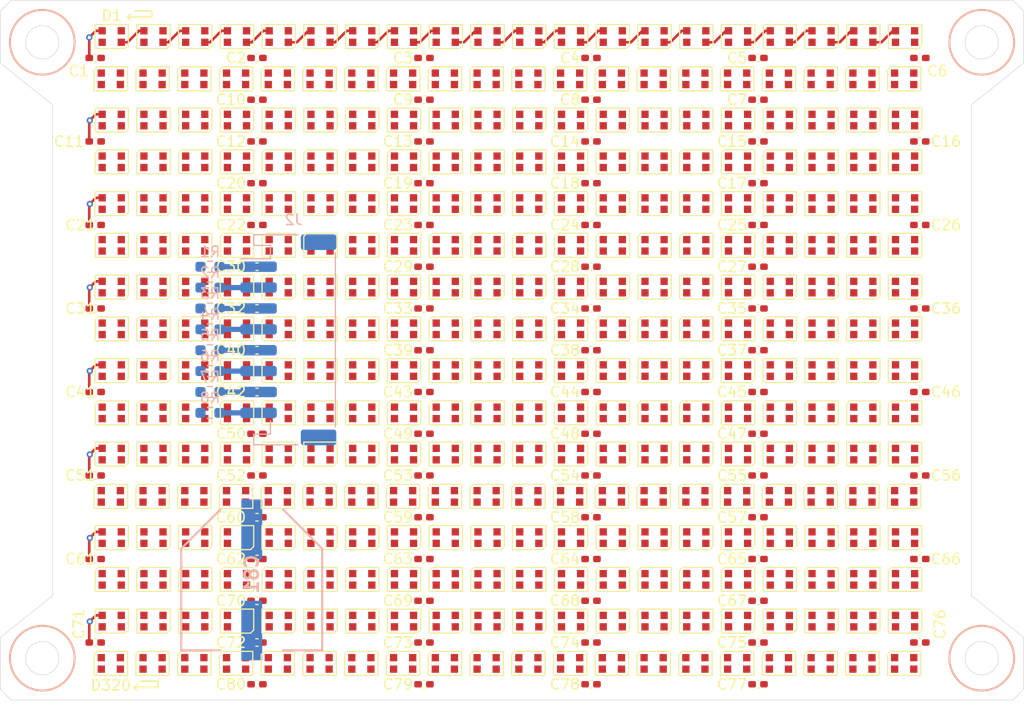
<source format=kicad_pcb>
(kicad_pcb (version 20241229) (generator "pcbnew") (generator_version "9.0")
  (title_block (title "Display Board") (date "2025-10-09") (rev "0.1.0") (company "\"Gamers\""))
  (layers (0 "F.Cu" signal) (4 "In1.Cu" power) (6 "In2.Cu" power) (2 "B.Cu" signal) (13 "F.Paste" user) (15 "B.Paste" user) (5 "F.SilkS" user "F.Silkscreen") (7 "B.SilkS" user "B.Silkscreen") (1 "F.Mask" user) (3 "B.Mask" user) (25 "Edge.Cuts" user))
  (net 0 "")
  (net 1 "Net-(D4-DOUT)")
  (net 2 "GND")
  (net 3 "Net-(D8-DOUT)")
  (net 4 "Net-(D12-DOUT)")
  (net 5 "Net-(D16-DOUT)")
  (net 6 "Net-(D20-DOUT)")
  (net 7 "Net-(D24-DOUT)")
  (net 8 "Net-(D28-DOUT)")
  (net 9 "Net-(D32-DOUT)")
  (net 10 "Net-(D36-DOUT)")
  (net 11 "Net-(D42-DOUT)")
  (net 12 "Net-(D47-DOUT)")
  (net 13 "Net-(D55-DOUT)")
  (net 14 "Net-(D63-DOUT)")
  (net 15 "Net-(D71-DOUT)")
  (net 16 "Net-(D79-DOUT)")
  (net 17 "Net-(D82-DOUT)")
  (net 18 "Net-(D87-DOUT)")
  (net 19 "Net-(D95-DOUT)")
  (net 20 "Net-(D103-DOUT)")
  (net 21 "Net-(D111-DOUT)")
  (net 22 "Net-(D119-DOUT)")
  (net 23 "Net-(D122-DOUT)")
  (net 24 "Net-(D127-DOUT)")
  (net 25 "Net-(D135-DOUT)")
  (net 26 "Net-(D143-DOUT)")
  (net 27 "Net-(D151-DOUT)")
  (net 28 "Net-(D159-DOUT)")
  (net 29 "Net-(D162-DOUT)")
  (net 30 "Net-(D164-DOUT)")
  (net 31 "Net-(D166-DOUT)")
  (net 32 "Net-(D168-DOUT)")
  (net 33 "Net-(D185-DOUT)")
  (net 34 "Net-(D187-DOUT)")
  (net 35 "Net-(D189-DOUT)")
  (net 36 "Net-(D191-DOUT)")
  (net 37 "Net-(D217-DOUT)")
  (net 38 "Net-(D219-DOUT)")
  (net 39 "Net-(D221-DOUT)")
  (net 40 "Net-(D223-DOUT)")
  (net 41 "Net-(D249-DOUT)")
  (net 42 "Net-(D251-DOUT)")
  (net 43 "Net-(D253-DOUT)")
  (net 44 "Net-(D255-DOUT)")
  (net 45 "Net-(D281-DOUT)")
  (net 46 "Net-(D283-DOUT)")
  (net 47 "Net-(D285-DOUT)")
  (net 48 "Net-(D287-DOUT)")
  (net 49 "Net-(D313-DOUT)")
  (net 50 "Net-(D315-DOUT)")
  (net 51 "Net-(D317-DOUT)")
  (net 52 "Net-(D319-DOUT)")
  (net 53 "VDD")
  (net 54 "Net-(D1-DIN)")
  (net 55 "Net-(D1-DOUT)")
  (net 56 "Net-(D41-DIN)")
  (net 57 "Net-(D81-DIN)")
  (net 58 "Net-(D121-DIN)")
  (net 59 "Net-(D161-DIN)")
  (net 60 "DIN3")
  (net 61 "DIN8")
  (net 62 "DIN6")
  (net 63 "DIN5")
  (net 64 "DIN7")
  (net 65 "DIN4")
  (net 66 "DIN1")
  (net 67 "DIN2")
  (net 68 "Net-(D44-DOUT)")
  (net 69 "Net-(D48-DOUT)")
  (net 70 "Net-(D52-DOUT)")
  (net 71 "Net-(D56-DOUT)")
  (net 72 "Net-(D60-DOUT)")
  (net 73 "Net-(D64-DOUT)")
  (net 74 "Net-(D68-DOUT)")
  (net 75 "Net-(D72-DOUT)")
  (net 76 "Net-(D76-DOUT)")
  (net 77 "Net-(D84-DOUT)")
  (net 78 "Net-(D88-DOUT)")
  (net 79 "Net-(D92-DOUT)")
  (net 80 "Net-(D96-DOUT)")
  (net 81 "Net-(D100-DOUT)")
  (net 82 "Net-(D104-DOUT)")
  (net 83 "Net-(D108-DOUT)")
  (net 84 "Net-(D112-DOUT)")
  (net 85 "Net-(D116-DOUT)")
  (net 86 "Net-(D124-DOUT)")
  (net 87 "Net-(D128-DOUT)")
  (net 88 "Net-(D132-DOUT)")
  (net 89 "Net-(D136-DOUT)")
  (net 90 "Net-(D140-DOUT)")
  (net 91 "Net-(D144-DOUT)")
  (net 92 "Net-(D148-DOUT)")
  (net 93 "Net-(D152-DOUT)")
  (net 94 "Net-(D156-DOUT)")
  (net 95 "Net-(D172-DOUT)")
  (net 96 "Net-(D176-DOUT)")
  (net 97 "Net-(D180-DOUT)")
  (net 98 "Net-(D184-DOUT)")
  (net 99 "Net-(D188-DOUT)")
  (net 100 "Net-(D192-DOUT)")
  (net 101 "Net-(D196-DOUT)")
  (net 102 "Net-(D201-DIN)")
  (net 103 "Net-(D204-DOUT)")
  (net 104 "Net-(D208-DOUT)")
  (net 105 "Net-(D212-DOUT)")
  (net 106 "Net-(D216-DOUT)")
  (net 107 "Net-(D220-DOUT)")
  (net 108 "Net-(D224-DOUT)")
  (net 109 "Net-(D228-DOUT)")
  (net 110 "Net-(D232-DOUT)")
  (net 111 "Net-(D236-DOUT)")
  (net 112 "Net-(D241-DIN)")
  (net 113 "Net-(D244-DOUT)")
  (net 114 "Net-(D248-DOUT)")
  (net 115 "Net-(D252-DOUT)")
  (net 116 "Net-(D256-DOUT)")
  (net 117 "Net-(D260-DOUT)")
  (net 118 "Net-(D264-DOUT)")
  (net 119 "Net-(D268-DOUT)")
  (net 120 "Net-(D272-DOUT)")
  (net 121 "Net-(D276-DOUT)")
  (net 122 "Net-(D281-DIN)")
  (net 123 "Net-(D284-DOUT)")
  (net 124 "Net-(D288-DOUT)")
  (net 125 "Net-(D292-DOUT)")
  (net 126 "Net-(D296-DOUT)")
  (net 127 "Net-(D300-DOUT)")
  (net 128 "Net-(D304-DOUT)")
  (net 129 "Net-(D308-DOUT)")
  (net 130 "Net-(D312-DOUT)")
  (net 131 "Net-(D316-DOUT)")
  (net 132 "Net-(D2-DOUT)")
  (net 133 "Net-(D3-DOUT)")
  (net 134 "Net-(D5-DOUT)")
  (net 135 "Net-(D6-DOUT)")
  (net 136 "Net-(D7-DOUT)")
  (net 137 "Net-(D10-DIN)")
  (net 138 "Net-(D10-DOUT)")
  (net 139 "Net-(D11-DOUT)")
  (net 140 "Net-(D13-DOUT)")
  (net 141 "Net-(D14-DOUT)")
  (net 142 "Net-(D15-DOUT)")
  (net 143 "Net-(D17-DOUT)")
  (net 144 "Net-(D18-DOUT)")
  (net 145 "Net-(D19-DOUT)")
  (net 146 "Net-(D21-DOUT)")
  (net 147 "Net-(D22-DOUT)")
  (net 148 "Net-(D23-DOUT)")
  (net 149 "Net-(D25-DOUT)")
  (net 150 "Net-(D26-DOUT)")
  (net 151 "Net-(D27-DOUT)")
  (net 152 "Net-(D29-DOUT)")
  (net 153 "Net-(D30-DOUT)")
  (net 154 "Net-(D31-DOUT)")
  (net 155 "Net-(D33-DOUT)")
  (net 156 "Net-(D34-DOUT)")
  (net 157 "Net-(D35-DOUT)")
  (net 158 "Net-(D37-DOUT)")
  (net 159 "Net-(D38-DOUT)")
  (net 160 "Net-(D39-DOUT)")
  (net 162 "Net-(D41-DOUT)")
  (net 163 "Net-(D43-DOUT)")
  (net 164 "Net-(D45-DOUT)")
  (net 165 "Net-(D46-DOUT)")
  (net 166 "Net-(D49-DOUT)")
  (net 167 "Net-(D50-DOUT)")
  (net 168 "Net-(D51-DOUT)")
  (net 169 "Net-(D53-DOUT)")
  (net 170 "Net-(D54-DOUT)")
  (net 171 "Net-(D57-DOUT)")
  (net 172 "Net-(D58-DOUT)")
  (net 173 "Net-(D59-DOUT)")
  (net 174 "Net-(D61-DOUT)")
  (net 175 "Net-(D62-DOUT)")
  (net 176 "Net-(D65-DOUT)")
  (net 177 "Net-(D66-DOUT)")
  (net 178 "Net-(D67-DOUT)")
  (net 179 "Net-(D69-DOUT)")
  (net 180 "Net-(D70-DOUT)")
  (net 181 "Net-(D73-DOUT)")
  (net 182 "Net-(D74-DOUT)")
  (net 183 "Net-(D75-DOUT)")
  (net 184 "Net-(D77-DOUT)")
  (net 185 "Net-(D78-DOUT)")
  (net 187 "Net-(D81-DOUT)")
  (net 188 "Net-(D83-DOUT)")
  (net 189 "Net-(D85-DOUT)")
  (net 190 "Net-(D86-DOUT)")
  (net 191 "Net-(D89-DOUT)")
  (net 192 "Net-(D90-DOUT)")
  (net 193 "Net-(D91-DOUT)")
  (net 194 "Net-(D93-DOUT)")
  (net 195 "Net-(D94-DOUT)")
  (net 196 "Net-(D97-DOUT)")
  (net 197 "Net-(D98-DOUT)")
  (net 198 "Net-(D100-DIN)")
  (net 199 "Net-(D101-DOUT)")
  (net 200 "Net-(D102-DOUT)")
  (net 201 "Net-(D105-DOUT)")
  (net 202 "Net-(D106-DOUT)")
  (net 203 "Net-(D107-DOUT)")
  (net 204 "Net-(D109-DOUT)")
  (net 205 "Net-(D110-DOUT)")
  (net 206 "Net-(D113-DOUT)")
  (net 207 "Net-(D114-DOUT)")
  (net 208 "Net-(D115-DOUT)")
  (net 209 "Net-(D117-DOUT)")
  (net 210 "Net-(D118-DOUT)")
  (net 212 "Net-(D121-DOUT)")
  (net 213 "Net-(D123-DOUT)")
  (net 214 "Net-(D125-DOUT)")
  (net 215 "Net-(D126-DOUT)")
  (net 216 "Net-(D129-DOUT)")
  (net 217 "Net-(D130-DOUT)")
  (net 218 "Net-(D131-DOUT)")
  (net 219 "Net-(D133-DOUT)")
  (net 220 "Net-(D134-DOUT)")
  (net 221 "Net-(D137-DOUT)")
  (net 222 "Net-(D138-DOUT)")
  (net 223 "Net-(D139-DOUT)")
  (net 224 "Net-(D141-DOUT)")
  (net 225 "Net-(D142-DOUT)")
  (net 226 "Net-(D145-DOUT)")
  (net 227 "Net-(D146-DOUT)")
  (net 228 "Net-(D147-DOUT)")
  (net 229 "Net-(D149-DOUT)")
  (net 230 "Net-(D150-DOUT)")
  (net 231 "Net-(D153-DOUT)")
  (net 232 "Net-(D154-DOUT)")
  (net 233 "Net-(D155-DOUT)")
  (net 234 "Net-(D157-DOUT)")
  (net 235 "Net-(D158-DOUT)")
  (net 237 "Net-(D161-DOUT)")
  (net 238 "Net-(D163-DOUT)")
  (net 239 "Net-(D165-DOUT)")
  (net 240 "Net-(D167-DOUT)")
  (net 241 "Net-(D169-DOUT)")
  (net 242 "Net-(D170-DOUT)")
  (net 243 "Net-(D171-DOUT)")
  (net 244 "Net-(D173-DOUT)")
  (net 245 "Net-(D174-DOUT)")
  (net 246 "Net-(D175-DOUT)")
  (net 247 "Net-(D177-DOUT)")
  (net 248 "Net-(D178-DOUT)")
  (net 249 "Net-(D179-DOUT)")
  (net 250 "Net-(D181-DOUT)")
  (net 251 "Net-(D182-DOUT)")
  (net 252 "Net-(D183-DOUT)")
  (net 253 "Net-(D186-DOUT)")
  (net 254 "Net-(D190-DOUT)")
  (net 255 "Net-(D193-DOUT)")
  (net 256 "Net-(D194-DOUT)")
  (net 257 "Net-(D195-DOUT)")
  (net 258 "Net-(D197-DOUT)")
  (net 259 "Net-(D198-DOUT)")
  (net 260 "Net-(D199-DOUT)")
  (net 262 "Net-(D201-DOUT)")
  (net 263 "Net-(D202-DOUT)")
  (net 264 "Net-(D203-DOUT)")
  (net 265 "Net-(D205-DOUT)")
  (net 266 "Net-(D206-DOUT)")
  (net 267 "Net-(D207-DOUT)")
  (net 268 "Net-(D209-DOUT)")
  (net 269 "Net-(D210-DOUT)")
  (net 270 "Net-(D211-DOUT)")
  (net 271 "Net-(D213-DOUT)")
  (net 272 "Net-(D214-DOUT)")
  (net 273 "Net-(D215-DOUT)")
  (net 274 "Net-(D218-DOUT)")
  (net 275 "Net-(D222-DOUT)")
  (net 276 "Net-(D225-DOUT)")
  (net 277 "Net-(D226-DOUT)")
  (net 278 "Net-(D227-DOUT)")
  (net 279 "Net-(D229-DOUT)")
  (net 280 "Net-(D230-DOUT)")
  (net 281 "Net-(D231-DOUT)")
  (net 282 "Net-(D233-DOUT)")
  (net 283 "Net-(D234-DOUT)")
  (net 284 "Net-(D235-DOUT)")
  (net 285 "Net-(D237-DOUT)")
  (net 286 "Net-(D238-DOUT)")
  (net 287 "Net-(D239-DOUT)")
  (net 289 "Net-(D241-DOUT)")
  (net 290 "Net-(D242-DOUT)")
  (net 291 "Net-(D243-DOUT)")
  (net 292 "Net-(D245-DOUT)")
  (net 293 "Net-(D246-DOUT)")
  (net 294 "Net-(D247-DOUT)")
  (net 295 "Net-(D250-DOUT)")
  (net 296 "Net-(D254-DOUT)")
  (net 297 "Net-(D257-DOUT)")
  (net 298 "Net-(D258-DOUT)")
  (net 299 "Net-(D259-DOUT)")
  (net 300 "Net-(D261-DOUT)")
  (net 301 "Net-(D262-DOUT)")
  (net 302 "Net-(D263-DOUT)")
  (net 303 "Net-(D265-DOUT)")
  (net 304 "Net-(D266-DOUT)")
  (net 305 "Net-(D267-DOUT)")
  (net 306 "Net-(D269-DOUT)")
  (net 307 "Net-(D270-DOUT)")
  (net 308 "Net-(D271-DOUT)")
  (net 309 "Net-(D273-DOUT)")
  (net 310 "Net-(D274-DOUT)")
  (net 311 "Net-(D275-DOUT)")
  (net 312 "Net-(D277-DOUT)")
  (net 313 "Net-(D278-DOUT)")
  (net 314 "Net-(D279-DOUT)")
  (net 316 "Net-(D282-DOUT)")
  (net 317 "Net-(D286-DOUT)")
  (net 318 "Net-(D289-DOUT)")
  (net 319 "Net-(D290-DOUT)")
  (net 320 "Net-(D291-DOUT)")
  (net 321 "Net-(D293-DOUT)")
  (net 322 "Net-(D294-DOUT)")
  (net 323 "Net-(D295-DOUT)")
  (net 324 "Net-(D297-DOUT)")
  (net 325 "Net-(D298-DOUT)")
  (net 326 "Net-(D299-DOUT)")
  (net 327 "Net-(D301-DOUT)")
  (net 328 "Net-(D302-DOUT)")
  (net 329 "Net-(D303-DOUT)")
  (net 330 "Net-(D305-DOUT)")
  (net 331 "Net-(D306-DOUT)")
  (net 332 "Net-(D307-DOUT)")
  (net 333 "Net-(D309-DOUT)")
  (net 334 "Net-(D310-DOUT)")
  (net 335 "Net-(D311-DOUT)")
  (net 336 "Net-(D314-DOUT)")
  (net 337 "Net-(D318-DOUT)")
  (footprint "LED_SMD:LED_WS2812B-2020_PLCC4_2.0x2.0mm" (layer "F.Cu") (at 65.5675 75.5)
    (property "Reference" "D308" (hide yes))
    (property "Value" "WS2812B-2020" (hide yes))
  )
  (footprint "LED_SMD:LED_WS2812B-2020_PLCC4_2.0x2.0mm" (layer "F.Cu") (at 69.6525 51.5)
    (property "Reference" "D187" (hide yes))
    (property "Value" "WS2812B-2020" (hide yes))
  )
  (footprint "LED_SMD:LED_WS2812B-2020_PLCC4_2.0x2.0mm" (layer "F.Cu") (at 41.6525 71.45 180)
    (property "Reference" "D287" (hide yes))
    (property "Value" "WS2812B-2020" (hide yes))
  )
  (footprint "LED_SMD:LED_WS2812B-2020_PLCC4_2.0x2.0mm" (layer "F.Cu") (at 89.6525 47.45 180)
    (property "Reference" "D179" (hide yes))
    (property "Value" "WS2812B-2020" (hide yes))
  )
  (footprint "LED_SMD:LED_WS2812B-2020_PLCC4_2.0x2.0mm" (layer "F.Cu") (at 81.6525 47.45 180)
    (property "Reference" "D177" (hide yes))
    (property "Value" "WS2812B-2020" (hide yes))
  )
  (footprint "LED_SMD:LED_WS2812B-2020_PLCC4_2.0x2.0mm" (layer "F.Cu") (at 89.6525 63.45 180)
    (property "Reference" "D259" (hide yes))
    (property "Value" "WS2812B-2020" (hide yes))
  )
  (footprint "LED_SMD:LED_WS2812B-2020_PLCC4_2.0x2.0mm" (layer "F.Cu") (at 89.6525 43.45)
    (property "Reference" "D142" (hide yes))
    (property "Value" "WS2812B-2020" (hide yes))
  )
  (footprint "LED_SMD:LED_WS2812B-2020_PLCC4_2.0x2.0mm" (layer "F.Cu") (at 21.6525 71.45 180)
    (property "Reference" "D282" (hide yes))
    (property "Value" "WS2812B-2020" (hide yes))
  )
  (footprint "LED_SMD:LED_WS2812B-2020_PLCC4_2.0x2.0mm" (layer "F.Cu") (at 25.6525 67.45)
    (property "Reference" "D278" (hide yes))
    (property "Value" "WS2812B-2020" (hide yes))
  )
  (footprint "LED_SMD:LED_WS2812B-2020_PLCC4_2.0x2.0mm" (layer "F.Cu") (at 45.6525 43.45)
    (property "Reference" "D153" (hide yes))
    (property "Value" "WS2812B-2020" (hide yes))
  )
  (footprint "LED_SMD:LED_WS2812B-2020_PLCC4_2.0x2.0mm" (layer "F.Cu") (at 85.6525 39.45 180)
    (property "Reference" "D138" (hide yes))
    (property "Value" "WS2812B-2020" (hide yes))
  )
  (footprint "LED_SMD:LED_WS2812B-2020_PLCC4_2.0x2.0mm" (layer "F.Cu") (at 33.5675 75.5)
    (property "Reference" "D316" (hide yes))
    (property "Value" "WS2812B-2020" (hide yes))
  )
  (footprint "Capacitor_SMD:C_0402_1005Metric_Pad0.74x0.62mm_HandSolder" (layer "F.Cu") (at 47.5675 25.5)
    (property "Reference" "C13")
    (property "Value" "0.1uF")
  )
  (footprint "LED_SMD:LED_WS2812B-2020_PLCC4_2.0x2.0mm" (layer "F.Cu") (at 45.6525 35.45)
    (property "Reference" "D113" (hide yes))
    (property "Value" "WS2812B-2020" (hide yes))
  )
  (footprint "LED_SMD:LED_WS2812B-2020_PLCC4_2.0x2.0mm" (layer "F.Cu") (at 37.6525 71.45 180)
    (property "Reference" "D286" (hide yes))
    (property "Value" "WS2812B-2020" (hide yes))
  )
  (footprint "LED_SMD:LED_WS2812B-2020_PLCC4_2.0x2.0mm" (layer "F.Cu") (at 61.6525 31.45 180)
    (property "Reference" "D92" (hide yes))
    (property "Value" "WS2812B-2020" (hide yes))
  )
  (footprint "LED_SMD:LED_WS2812B-2020_PLCC4_2.0x2.0mm" (layer "F.Cu") (at 49.6525 63.45 180)
    (property "Reference" "D249" (hide yes))
    (property "Value" "WS2812B-2020" (hide yes))
  )
  (footprint "LED_SMD:LED_WS2812B-2020_PLCC4_2.0x2.0mm" (layer "F.Cu") (at 53.6525 63.45 180)
    (property "Reference" "D250" (hide yes))
    (property "Value" "WS2812B-2020" (hide yes))
  )
  (footprint "LED_SMD:LED_WS2812B-2020_PLCC4_2.0x2.0mm" (layer "F.Cu") (at 41.6525 55.45 180)
    (property "Reference" "D207" (hide yes))
    (property "Value" "WS2812B-2020" (hide yes))
  )
  (footprint "LED_SMD:LED_WS2812B-2020_PLCC4_2.0x2.0mm" (layer "F.Cu") (at 25.5675 59.5)
    (property "Reference" "D238" (hide yes))
    (property "Value" "WS2812B-2020" (hide yes))
  )
  (footprint "LED_SMD:LED_WS2812B-2020_PLCC4_2.0x2.0mm" (layer "F.Cu") (at 37.6525 15.45 180)
    (property "Reference" "D6" (hide yes))
    (property "Value" "WS2812B-2020" (hide yes))
  )
  (footprint "LED_SMD:LED_WS2812B-2020_PLCC4_2.0x2.0mm" (layer "F.Cu") (at 33.6525 47.45 180)
    (property "Reference" "D165" (hide yes))
    (property "Value" "WS2812B-2020" (hide yes))
  )
  (footprint "LED_SMD:LED_WS2812B-2020_PLCC4_2.0x2.0mm" (layer "F.Cu") (at 37.6525 35.45)
    (property "Reference" "D115" (hide yes))
    (property "Value" "WS2812B-2020" (hide yes))
  )
  (footprint "LED_SMD:LED_WS2812B-2020_PLCC4_2.0x2.0mm" (layer "F.Cu") (at 69.5675 19.5)
    (property "Reference" "D27" (hide yes))
    (property "Value" "WS2812B-2020" (hide yes))
  )
  (footprint "LED_SMD:LED_WS2812B-2020_PLCC4_2.0x2.0mm" (layer "F.Cu") (at 25.6525 39.45 180)
    (property "Reference" "D123" (hide yes))
    (property "Value" "WS2812B-2020" (hide yes))
  )
  (footprint "LED_SMD:LED_WS2812B-2020_PLCC4_2.0x2.0mm" (layer "F.Cu") (at 25.6525 63.45 180)
    (property "Reference" "D243" (hide yes))
    (property "Value" "WS2812B-2020" (hide yes))
  )
  (footprint "LED_SMD:LED_WS2812B-2020_PLCC4_2.0x2.0mm" (layer "F.Cu") (at 89.5675 19.5)
    (property "Reference" "D22" (hide yes))
    (property "Value" "WS2812B-2020" (hide yes))
  )
  (footprint "LED_SMD:LED_WS2812B-2020_PLCC4_2.0x2.0mm" (layer "F.Cu") (at 57.6525 39.45 180)
    (property "Reference" "D131" (hide yes))
    (property "Value" "WS2812B-2020" (hide yes))
  )
  (footprint "Capacitor_SMD:C_0402_1005Metric_Pad0.74x0.62mm_HandSolder" (layer "F.Cu") (at 79.5675 77.5)
    (property "Reference" "C77")
    (property "Value" "0.1uF")
  )
  (footprint "LED_SMD:LED_WS2812B-2020_PLCC4_2.0x2.0mm" (layer "F.Cu") (at 45.6525 63.45 180)
    (property "Reference" "D248" (hide yes))
    (property "Value" "WS2812B-2020" (hide yes))
  )
  (footprint "LED_SMD:LED_WS2812B-2020_PLCC4_2.0x2.0mm" (layer "F.Cu") (at 41.6525 35.45)
    (property "Reference" "D114" (hide yes))
    (property "Value" "WS2812B-2020" (hide yes))
  )
  (footprint "LED_SMD:LED_WS2812B-2020_PLCC4_2.0x2.0mm" (layer "F.Cu") (at 89.6525 15.45 180)
    (property "Reference" "D19" (hide yes))
    (property "Value" "WS2812B-2020" (hide yes))
  )
  (footprint "LED_SMD:LED_WS2812B-2020_PLCC4_2.0x2.0mm" (layer "F.Cu") (at 73.6525 47.45 180)
    (property "Reference" "D175" (hide yes))
    (property "Value" "WS2812B-2020" (hide yes))
  )
  (footprint "LED_SMD:LED_WS2812B-2020_PLCC4_2.0x2.0mm" (layer "F.Cu") (at 25.6525 35.45)
    (property "Reference" "D118" (hide yes))
    (property "Value" "WS2812B-2020" (hide yes))
  )
  (footprint "LED_SMD:LED_WS2812B-2020_PLCC4_2.0x2.0mm" (layer "F.Cu") (at 49.6525 55.45 180)
    (property "Reference" "D209" (hide yes))
    (property "Value" "WS2812B-2020" (hide yes))
  )
  (footprint "LED_SMD:LED_WS2812B-2020_PLCC4_2.0x2.0mm" (layer "F.Cu") (at 93.6525 43.45)
    (property "Reference" "D141" (hide yes))
    (property "Value" "WS2812B-2020" (hide yes))
  )
  (footprint "Capacitor_SMD:C_0402_1005Metric_Pad0.74x0.62mm_HandSolder" (layer "F.Cu") (at 79.5675 41.5)
    (property "Reference" "C35")
    (property "Value" "0.1uF")
  )
  (footprint "LED_SMD:LED_WS2812B-2020_PLCC4_2.0x2.0mm" (layer "F.Cu") (at 81.5675 75.5)
    (property "Reference" "D304" (hide yes))
    (property "Value" "WS2812B-2020" (hide yes))
  )
  (footprint "Capacitor_SMD:C_0402_1005Metric_Pad0.74x0.62mm_HandSolder" (layer "F.Cu") (at 63.5675 25.5)
    (property "Reference" "C14")
    (property "Value" "0.1uF")
  )
  (footprint "Capacitor_SMD:C_0402_1005Metric_Pad0.74x0.62mm_HandSolder" (layer "F.Cu") (at 63.5675 17.5)
    (property "Reference" "C4")
    (property "Value" "0.1uF")
  )
  (footprint "LED_SMD:LED_WS2812B-2020_PLCC4_2.0x2.0mm" (layer "F.Cu") (at 37.6525 23.45 180)
    (property "Reference" "D46" (hide yes))
    (property "Value" "WS2812B-2020" (hide yes))
  )
  (footprint "Capacitor_SMD:C_0402_1005Metric_Pad0.74x0.62mm_HandSolder" (layer "F.Cu") (at 16.0675 65.5)
    (property "Reference" "C61")
    (property "Value" "0.1uF")
  )
  (footprint "LED_SMD:LED_WS2812B-2020_PLCC4_2.0x2.0mm" (layer "F.Cu") (at 29.5675 75.5)
    (property "Reference" "D317" (hide yes))
    (property "Value" "WS2812B-2020" (hide yes))
  )
  (footprint "LED_SMD:LED_WS2812B-2020_PLCC4_2.0x2.0mm" (layer "F.Cu") (at 21.6525 23.45 180)
    (property "Reference" "D42" (hide yes))
    (property "Value" "WS2812B-2020" (hide yes))
  )
  (footprint "LED_SMD:LED_WS2812B-2020_PLCC4_2.0x2.0mm" (layer "F.Cu") (at 33.5675 59.5)
    (property "Reference" "D236" (hide yes))
    (property "Value" "WS2812B-2020" (hide yes))
  )
  (footprint "LED_SMD:LED_WS2812B-2020_PLCC4_2.0x2.0mm" (layer "F.Cu") (at 61.6525 15.45 180)
    (property "Reference" "D12" (hide yes))
    (property "Value" "WS2812B-2020" (hide yes))
  )
  (footprint "LED_SMD:LED_WS2812B-2020_PLCC4_2.0x2.0mm" (layer "F.Cu") (at 53.6525 43.45)
    (property "Reference" "D151" (hide yes))
    (property "Value" "WS2812B-2020" (hide yes))
  )
  (footprint "LED_SMD:LED_WS2812B-2020_PLCC4_2.0x2.0mm" (layer "F.Cu") (at 49.6525 35.45)
    (property "Reference" "D112" (hide yes))
    (property "Value" "WS2812B-2020" (hide yes))
  )
  (footprint "LED_SMD:LED_WS2812B-2020_PLCC4_2.0x2.0mm" (layer "F.Cu") (at 69.6525 35.45)
    (property "Reference" "D107" (hide yes))
    (property "Value" "WS2812B-2020" (hide yes))
  )
  (footprint "LED_SMD:LED_WS2812B-2020_PLCC4_2.0x2.0mm" (layer "F.Cu") (at 81.6525 51.5)
    (property "Reference" "D184" (hide yes))
    (property "Value" "WS2812B-2020" (hide yes))
  )
  (footprint "LED_SMD:LED_WS2812B-2020_PLCC4_2.0x2.0mm" (layer "F.Cu") (at 45.6525 55.45 180)
    (property "Reference" "D208" (hide yes))
    (property "Value" "WS2812B-2020" (hide yes))
  )
  (footprint "LED_SMD:LED_WS2812B-2020_PLCC4_2.0x2.0mm" (layer "F.Cu") (at 33.6525 31.45 180)
    (property "Reference" "D85" (hide yes))
    (property "Value" "WS2812B-2020" (hide yes))
  )
  (footprint "Capacitor_SMD:C_0402_1005Metric_Pad0.74x0.62mm_HandSolder" (layer "F.Cu") (at 95.0675 33.5 180)
    (property "Reference" "C26")
    (property "Value" "0.1uF")
  )
  (footprint "LED_SMD:LED_WS2812B-2020_PLCC4_2.0x2.0mm" (layer "F.Cu") (at 85.5675 59.5)
    (property "Reference" "D223" (hide yes))
    (property "Value" "WS2812B-2020" (hide yes))
  )
  (footprint "LED_SMD:LED_WS2812B-2020_PLCC4_2.0x2.0mm" (layer "F.Cu") (at 37.6525 39.45 180)
    (property "Reference" "D126" (hide yes))
    (property "Value" "WS2812B-2020" (hide yes))
  )
  (footprint "LED_SMD:LED_WS2812B-2020_PLCC4_2.0x2.0mm" (layer "F.Cu") (at 65.6525 43.45)
    (property "Reference" "D148" (hide yes))
    (property "Value" "WS2812B-2020" (hide yes))
  )
  (footprint "LED_SMD:LED_WS2812B-2020_PLCC4_2.0x2.0mm" (layer "F.Cu") (at 21.6525 31.45 180)
    (property "Reference" "D82" (hide yes))
    (property "Value" "WS2812B-2020" (hide yes))
  )
  (footprint "LED_SMD:LED_WS2812B-2020_PLCC4_2.0x2.0mm" (layer "F.Cu") (at 93.6525 51.5)
    (property "Reference" "D181" (hide yes))
    (property "Value" "WS2812B-2020" (hide yes))
  )
  (footprint "Capacitor_SMD:C_0402_1005Metric_Pad0.74x0.62mm_HandSolder" (layer "F.Cu") (at 63.5675 37.5)
    (property "Reference" "C28")
    (property "Value" "0.1uF")
  )
  (footprint "LED_SMD:LED_WS2812B-2020_PLCC4_2.0x2.0mm" (layer "F.Cu") (at 77.5675 75.5)
    (property "Reference" "D305" (hide yes))
    (property "Value" "WS2812B-2020" (hide yes))
  )
  (footprint "LED_SMD:LED_WS2812B-2020_PLCC4_2.0x2.0mm" (layer "F.Cu") (at 41.5675 59.5)
    (property "Reference" "D234" (hide yes))
    (property "Value" "WS2812B-2020" (hide yes))
  )
  (footprint "LED_SMD:LED_WS2812B-2020_PLCC4_2.0x2.0mm" (layer "F.Cu") (at 69.6525 55.45 180)
    (property "Reference" "D214" (hide yes))
    (property "Value" "WS2812B-2020" (hide yes))
  )
  (footprint "LED_SMD:LED_WS2812B-2020_PLCC4_2.0x2.0mm" (layer "F.Cu") (at 77.6525 47.45 180)
    (property "Reference" "D176" (hide yes))
    (property "Value" "WS2812B-2020" (hide yes))
  )
  (footprint "LED_SMD:LED_WS2812B-2020_PLCC4_2.0x2.0mm" (layer "F.Cu") (at 21.6525 27.45)
    (property "Reference" "D79" (hide yes))
    (property "Value" "WS2812B-2020" (hide yes))
  )
  (footprint "LED_SMD:LED_WS2812B-2020_PLCC4_2.0x2.0mm" (layer "F.Cu") (at 69.6525 63.45 180)
    (property "Reference" "D254" (hide yes))
    (property "Value" "WS2812B-2020" (hide yes))
  )
  (footprint "LED_SMD:LED_WS2812B-2020_PLCC4_2.0x2.0mm" (layer "F.Cu") (at 77.6525 55.45 180)
    (property "Reference" "D216" (hide yes))
    (property "Value" "WS2812B-2020" (hide yes))
  )
  (footprint "LED_SMD:LED_WS2812B-2020_PLCC4_2.0x2.0mm" (layer "F.Cu") (at 21.5675 59.5)
    (property "Reference" "D239" (hide yes))
    (property "Value" "WS2812B-2020" (hide yes))
  )
  (footprint "LED_SMD:LED_WS2812B-2020_PLCC4_2.0x2.0mm" (layer "F.Cu") (at 17.6525 27.45)
    (property "Reference" "D80" (hide yes))
    (property "Value" "WS2812B-2020" (hide yes))
  )
  (footprint "LED_SMD:LED_WS2812B-2020_PLCC4_2.0x2.0mm" (layer "F.Cu") (at 21.6525 63.45 180)
    (property "Reference" "D242" (hide yes))
    (property "Value" "WS2812B-2020" (hide yes))
  )
  (footprint "LED_SMD:LED_WS2812B-2020_PLCC4_2.0x2.0mm" (layer "F.Cu") (at 85.6525 71.45 180)
    (property "Reference" "D298" (hide yes))
    (property "Value" "WS2812B-2020" (hide yes))
  )
  (footprint "LED_SMD:LED_WS2812B-2020_PLCC4_2.0x2.0mm" (layer "F.Cu") (at 37.6525 43.45)
    (property "Reference" "D155" (hide yes))
    (property "Value" "WS2812B-2020" (hide yes))
  )
  (footprint "LED_SMD:LED_WS2812B-2020_PLCC4_2.0x2.0mm" (layer "F.Cu") (at 65.6525 63.45 180)
    (property "Reference" "D253" (hide yes))
    (property "Value" "WS2812B-2020" (hide yes))
  )
  (footprint "LED_SMD:LED_WS2812B-2020_PLCC4_2.0x2.0mm" (layer "F.Cu") (at 37.5675 19.5)
    (property "Reference" "D35" (hide yes))
    (property "Value" "WS2812B-2020" (hide yes))
  )
  (footprint "LED_SMD:LED_WS2812B-2020_PLCC4_2.0x2.0mm" (layer "F.Cu") (at 25.5675 75.5)
    (property "Reference" "D318" (hide yes))
    (property "Value" "WS2812B-2020" (hide yes))
  )
  (footprint "LED_SMD:LED_WS2812B-2020_PLCC4_2.0x2.0mm" (layer "F.Cu") (at 41.6525 31.45 180)
    (property "Reference" "D87" (hide yes))
    (property "Value" "WS2812B-2020" (hide yes))
  )
  (footprint "LED_SMD:LED_WS2812B-2020_PLCC4_2.0x2.0mm" (layer "F.Cu") (at 41.6525 39.45 180)
    (property "Reference" "D127" (hide yes))
    (property "Value" "WS2812B-2020" (hide yes))
  )
  (footprint "LED_SMD:LED_WS2812B-2020_PLCC4_2.0x2.0mm" (layer "F.Cu") (at 85.6525 43.45)
    (property "Reference" "D143" (hide yes))
    (property "Value" "WS2812B-2020" (hide yes))
  )
  (footprint "LED_SMD:LED_WS2812B-2020_PLCC4_2.0x2.0mm" (layer "F.Cu") (at 81.6525 23.45 180)
    (property "Reference" "D57" (hide yes))
    (property "Value" "WS2812B-2020" (hide yes))
  )
  (footprint "Capacitor_SMD:C_0402_1005Metric_Pad0.74x0.62mm_HandSolder" (layer "F.Cu") (at 47.5675 69.5)
    (property "Reference" "C69")
    (property "Value" "0.1uF")
  )
  (footprint "Capacitor_SMD:C_0402_1005Metric_Pad0.74x0.62mm_HandSolder" (layer "F.Cu") (at 79.5675 17.5)
    (property "Reference" "C5")
    (property "Value" "0.1uF")
  )
  (footprint "LED_SMD:LED_WS2812B-2020_PLCC4_2.0x2.0mm" (layer "F.Cu") (at 81.6525 31.45 180)
    (property "Reference" "D97" (hide yes))
    (property "Value" "WS2812B-2020" (hide yes))
  )
  (footprint "LED_SMD:LED_WS2812B-2020_PLCC4_2.0x2.0mm" (layer "F.Cu") (at 93.6525 67.45)
    (property "Reference" "D261" (hide yes))
    (property "Value" "WS2812B-2020" (hide yes))
  )
  (footprint "LED_SMD:LED_WS2812B-2020_PLCC4_2.0x2.0mm" (layer "F.Cu") (at 57.6525 67.45)
    (property "Reference" "D270" (hide yes))
    (property "Value" "WS2812B-2020" (hide yes))
  )
  (footprint "LED_SMD:LED_WS2812B-2020_PLCC4_2.0x2.0mm" (layer "F.Cu") (at 85.5675 19.5)
    (property "Reference" "D23" (hide yes))
    (property "Value" "WS2812B-2020" (hide yes))
  )
  (footprint "Capacitor_SMD:C_0402_1005Metric_Pad0.74x0.62mm_HandSolder" (layer "F.Cu") (at 95.0675 65.5 180)
    (property "Reference" "C66")
    (property "Value" "0.1uF")
  )
  (footprint "LED_SMD:LED_WS2812B-2020_PLCC4_2.0x2.0mm" (layer "F.Cu") (at 53.6525 47.45 180)
    (property "Reference" "D170" (hide yes))
    (property "Value" "WS2812B-2020" (hide yes))
  )
  (footprint "LED_SMD:LED_WS2812B-2020_PLCC4_2.0x2.0mm" (layer "F.Cu") (at 77.6525 51.5)
    (property "Reference" "D185" (hide yes))
    (property "Value" "WS2812B-2020" (hide yes))
  )
  (footprint "LED_SMD:LED_WS2812B-2020_PLCC4_2.0x2.0mm" (layer "F.Cu") (at 77.6525 71.45 180)
    (property "Reference" "D296" (hide yes))
    (property "Value" "WS2812B-2020" (hide yes))
  )
  (footprint "LED_SMD:LED_WS2812B-2020_PLCC4_2.0x2.0mm" (layer "F.Cu") (at 89.6525 23.45 180)
    (property "Reference" "D59" (hide yes))
    (property "Value" "WS2812B-2020" (hide yes))
  )
  (footprint "LED_SMD:LED_WS2812B-2020_PLCC4_2.0x2.0mm" (layer "F.Cu") (at 41.6525 67.45)
    (property "Reference" "D274" (hide yes))
    (property "Value" "WS2812B-2020" (hide yes))
  )
  (footprint "LED_SMD:LED_WS2812B-2020_PLCC4_2.0x2.0mm" (layer "F.Cu") (at 57.6525 55.45 180)
    (property "Reference" "D211" (hide yes))
    (property "Value" "WS2812B-2020" (hide yes))
  )
  (footprint "Capacitor_SMD:C_0402_1005Metric_Pad0.74x0.62mm_HandSolder" (layer "F.Cu") (at 79.5675 45.5)
    (property "Reference" "C37")
    (property "Value" "0.1uF")
  )
  (footprint "LED_SMD:LED_WS2812B-2020_PLCC4_2.0x2.0mm" (layer "F.Cu") (at 17.6525 67.45)
    (property "Reference" "D280" (hide yes))
    (property "Value" "WS2812B-2020" (hide yes))
  )
  (footprint "LED_SMD:LED_WS2812B-2020_PLCC4_2.0x2.0mm" (layer "F.Cu") (at 73.6525 35.45)
    (property "Reference" "D106" (hide yes))
    (property "Value" "WS2812B-2020" (hide yes))
  )
  (footprint "LED_SMD:LED_WS2812B-2020_PLCC4_2.0x2.0mm" (layer "F.Cu") (at 93.6525 39.45 180)
    (property "Reference" "D140" (hide yes))
    (property "Value" "WS2812B-2020" (hide yes))
  )
  (footprint "LED_SMD:LED_WS2812B-2020_PLCC4_2.0x2.0mm" (layer "F.Cu") (at 77.6525 43.45)
    (property "Reference" "D145" (hide yes))
    (property "Value" "WS2812B-2020" (hide yes))
  )
  (footprint "LED_SMD:LED_WS2812B-2020_PLCC4_2.0x2.0mm" (layer "F.Cu") (at 69.6525 39.45 180)
    (property "Reference" "D134" (hide yes))
    (property "Value" "WS2812B-2020" (hide yes))
  )
  (footprint "Capacitor_SMD:C_0402_1005Metric_Pad0.74x0.62mm_HandSolder" (layer "F.Cu") (at 31.5675 53.5)
    (property "Reference" "C50")
    (property "Value" "0.1uF")
  )
  (footprint "LED_SMD:LED_WS2812B-2020_PLCC4_2.0x2.0mm" (layer "F.Cu") (at 61.6525 35.45)
    (property "Reference" "D109" (hide yes))
    (property "Value" "WS2812B-2020" (hide yes))
  )
  (footprint "LED_SMD:LED_WS2812B-2020_PLCC4_2.0x2.0mm" (layer "F.Cu") (at 93.6525 27.45)
    (property "Reference" "D61" (hide yes))
    (property "Value" "WS2812B-2020" (hide yes))
  )
  (footprint "Capacitor_SMD:C_0402_1005Metric_Pad0.74x0.62mm_HandSolder" (layer "F.Cu") (at 16.0675 49.5)
    (property "Reference" "C41")
    (property "Value" "0.1uF")
  )
  (footprint "LED_SMD:LED_WS2812B-2020_PLCC4_2.0x2.0mm" (layer "F.Cu") (at 57.6525 63.45 180)
    (property "Reference" "D251" (hide yes))
    (property "Value" "WS2812B-2020" (hide yes))
  )
  (footprint "LED_SMD:LED_WS2812B-2020_PLCC4_2.0x2.0mm" (layer "F.Cu") (at 57.5675 75.5)
    (property "Reference" "D310" (hide yes))
    (property "Value" "WS2812B-2020" (hide yes))
  )
  (footprint "LED_SMD:LED_WS2812B-2020_PLCC4_2.0x2.0mm" (layer "F.Cu") (at 29.5675 19.5)
    (property "Reference" "D37" (hide yes))
    (property "Value" "WS2812B-2020" (hide yes))
  )
  (footprint "LED_SMD:LED_WS2812B-2020_PLCC4_2.0x2.0mm" (layer "F.Cu") (at 37.6525 67.45)
    (property "Reference" "D275" (hide yes))
    (property "Value" "WS2812B-2020" (hide yes))
  )
  (footprint "LED_SMD:LED_WS2812B-2020_PLCC4_2.0x2.0mm" (layer "F.Cu") (at 77.6525 67.45)
    (property "Reference" "D265" (hide yes))
    (property "Value" "WS2812B-2020" (hide yes))
  )
  (footprint "Capacitor_SMD:C_0402_1005Metric_Pad0.74x0.62mm_HandSolder" (layer "F.Cu") (at 31.5675 49.5)
    (property "Reference" "C42")
    (property "Value" "0.1uF")
  )
  (footprint "Capacitor_SMD:C_0402_1005Metric_Pad0.74x0.62mm_HandSolder" (layer "F.Cu") (at 79.5675 57.5)
    (property "Reference" "C55")
    (property "Value" "0.1uF")
  )
  (footprint "LED_SMD:LED_WS2812B-2020_PLCC4_2.0x2.0mm" (layer "F.Cu") (at 33.6525 15.45 180)
    (property "Reference" "D5" (hide yes))
    (property "Value" "WS2812B-2020" (hide yes))
  )
  (footprint "LED_SMD:LED_WS2812B-2020_PLCC4_2.0x2.0mm" (layer "F.Cu") (at 93.6525 55.45 180)
    (property "Reference" "D220" (hide yes))
    (property "Value" "WS2812B-2020" (hide yes))
  )
  (footprint "Capacitor_SMD:C_0402_1005Metric_Pad0.74x0.62mm_HandSolder" (layer "F.Cu") (at 63.5675 53.5)
    (property "Reference" "C48")
    (property "Value" "0.1uF")
  )
  (footprint "Capacitor_SMD:C_0402_1005Metric_Pad0.74x0.62mm_HandSolder" (layer "F.Cu") (at 47.5675 45.5)
    (property "Reference" "C39")
    (property "Value" "0.1uF")
  )
  (footprint "LED_SMD:LED_WS2812B-2020_PLCC4_2.0x2.0mm" (layer "F.Cu") (at 69.5675 59.5)
    (property "Reference" "D227" (hide yes))
    (property "Value" "WS2812B-2020" (hide yes))
  )
  (footprint "LED_SMD:LED_WS2812B-2020_PLCC4_2.0x2.0mm" (layer "F.Cu") (at 65.5675 59.5)
    (property "Reference" "D228" (hide yes))
    (property "Value" "WS2812B-2020" (hide yes))
  )
  (footprint "LED_SMD:LED_WS2812B-2020_PLCC4_2.0x2.0mm" (layer "F.Cu") (at 29.6525 63.45 180)
    (property "Reference" "D244" (hide yes))
    (property "Value" "WS2812B-2020" (hide yes))
  )
  (footprint "LED_SMD:LED_WS2812B-2020_PLCC4_2.0x2.0mm" (layer "F.Cu") (at 21.6525 15.45 180)
    (property "Reference" "D2" (hide yes))
    (property "Value" "WS2812B-2020" (hide yes))
  )
  (footprint "LED_SMD:LED_WS2812B-2020_PLCC4_2.0x2.0mm" (layer "F.Cu") (at 93.6525 31.45 180)
    (property "Reference" "D100" (hide yes))
    (property "Value" "WS2812B-2020" (hide yes))
  )
  (footprint "LED_SMD:LED_WS2812B-2020_PLCC4_2.0x2.0mm" (layer "F.Cu") (at 61.6525 23.45 180)
    (property "Reference" "D52" (hide yes))
    (property "Value" "WS2812B-2020" (hide yes))
  )
  (footprint "LED_SMD:LED_WS2812B-2020_PLCC4_2.0x2.0mm" (layer "F.Cu") (at 93.5675 75.5)
    (property "Reference" "D301" (hide yes))
    (property "Value" "WS2812B-2020" (hide yes))
  )
  (footprint "LED_SMD:LED_WS2812B-2020_PLCC4_2.0x2.0mm" (layer "F.Cu") (at 29.5675 59.5)
    (property "Reference" "D237" (hide yes))
    (property "Value" "WS2812B-2020" (hide yes))
  )
  (footprint "LED_SMD:LED_WS2812B-2020_PLCC4_2.0x2.0mm" (layer "F.Cu") (at 45.5675 59.5)
    (property "Reference" "D233" (hide yes))
    (property "Value" "WS2812B-2020" (hide yes))
  )
  (footprint "LED_SMD:LED_WS2812B-2020_PLCC4_2.0x2.0mm" (layer "F.Cu") (at 69.6525 47.45 180)
    (property "Reference" "D174" (hide yes))
    (property "Value" "WS2812B-2020" (hide yes))
  )
  (footprint "LED_SMD:LED_WS2812B-2020_PLCC4_2.0x2.0mm" (layer "F.Cu") (at 37.6525 51.5)
    (property "Reference" "D195" (hide yes))
    (property "Value" "WS2812B-2020" (hide yes))
  )
  (footprint "LED_SMD:LED_WS2812B-2020_PLCC4_2.0x2.0mm" (layer "F.Cu") (at 49.6525 47.45 180)
    (property "Reference" "D169" (hide yes))
    (property "Value" "WS2812B-2020" (hide yes))
  )
  (footprint "Capacitor_SMD:C_0402_1005Metric_Pad0.74x0.62mm_HandSolder" (layer "F.Cu") (at 31.5675 57.5)
    (property "Reference" "C52")
    (property "Value" "0.1uF")
  )
  (footprint "Capacitor_SMD:C_0402_1005Metric_Pad0.74x0.62mm_HandSolder" (layer "F.Cu") (at 31.5675 41.5)
    (property "Reference" "C32")
    (property "Value" "0.1uF")
  )
  (footprint "Capacitor_SMD:C_0402_1005Metric_Pad0.74x0.62mm_HandSolder" (layer "F.Cu") (at 79.5675 29.5)
    (property "Reference" "C17")
    (property "Value" "0.1uF")
  )
  (footprint "LED_SMD:LED_WS2812B-2020_PLCC4_2.0x2.0mm" (layer "F.Cu") (at 33.6525 35.45)
    (property "Reference" "D116" (hide yes))
    (property "Value" "WS2812B-2020" (hide yes))
  )
  (footprint "LED_SMD:LED_WS2812B-2020_PLCC4_2.0x2.0mm" (layer "F.Cu") (at 85.6525 67.45)
    (property "Reference" "D263" (hide yes))
    (property "Value" "WS2812B-2020" (hide yes))
  )
  (footprint "LED_SMD:LED_WS2812B-2020_PLCC4_2.0x2.0mm" (layer "F.Cu") (at 29.6525 43.45)
    (property "Reference" "D157" (hide yes))
    (property "Value" "WS2812B-2020" (hide yes))
  )
  (footprint "Capacitor_SMD:C_0402_1005Metric_Pad0.74x0.62mm_HandSolder" (layer "F.Cu") (at 47.5675 57.5)
    (property "Reference" "C53")
    (property "Value" "0.1uF")
  )
  (footprint "Capacitor_SMD:C_0402_1005Metric_Pad0.74x0.62mm_HandSolder" (layer "F.Cu") (at 31.5675 17.5)
    (property "Reference" "C2")
    (property "Value" "0.1uF")
  )
  (footprint "Capacitor_SMD:C_0402_1005Metric_Pad0.74x0.62mm_HandSolder" (layer "F.Cu") (at 47.5675 73.5)
    (property "Reference" "C73")
    (property "Value" "0.1uF")
  )
  (footprint "LED_SMD:LED_WS2812B-2020_PLCC4_2.0x2.0mm" (layer "F.Cu") (at 37.6525 27.45)
    (property "Reference" "D75" (hide yes))
    (property "Value" "WS2812B-2020" (hide yes))
  )
  (footprint "LED_SMD:LED_WS2812B-2020_PLCC4_2.0x2.0mm" (layer "F.Cu") (at 37.5675 75.5)
    (property "Reference" "D315" (hide yes))
    (property "Value" "WS2812B-2020" (hide yes))
  )
  (footprint "LED_SMD:LED_WS2812B-2020_PLCC4_2.0x2.0mm" (layer "F.Cu") (at 77.5675 59.5)
    (property "Reference" "D225" (hide yes))
    (property "Value" "WS2812B-2020" (hide yes))
  )
  (footprint "LED_SMD:LED_WS2812B-2020_PLCC4_2.0x2.0mm" (layer "F.Cu") (at 45.6525 27.45)
    (property "Reference" "D73" (hide yes))
    (property "Value" "WS2812B-2020" (hide yes))
  )
  (footprint "LED_SMD:LED_WS2812B-2020_PLCC4_2.0x2.0mm" (layer "F.Cu") (at 89.6525 67.45)
    (property "Reference" "D262" (hide yes))
    (property "Value" "WS2812B-2020" (hide yes))
  )
  (footprint "Capacitor_SMD:C_0402_1005Metric_Pad0.74x0.62mm_HandSolder" (layer "F.Cu") (at 47.5675 77.5)
    (property "Reference" "C79")
    (property "Value" "0.1uF")
  )
  (footprint "Capacitor_SMD:C_0402_1005Metric_Pad0.74x0.62mm_HandSolder" (layer "F.Cu") (at 31.5675 33.5)
    (property "Reference" "C22")
    (property "Value" "0.1uF")
  )
  (footprint "LED_SMD:LED_WS2812B-2020_PLCC4_2.0x2.0mm" (layer "F.Cu") (at 73.6525 15.45 180)
    (property "Reference" "D15" (hide yes))
    (property "Value" "WS2812B-2020" (hide yes))
  )
  (footprint "LED_SMD:LED_WS2812B-2020_PLCC4_2.0x2.0mm" (layer "F.Cu") (at 65.6525 67.45)
    (property "Reference" "D268" (hide yes))
    (property "Value" "WS2812B-2020" (hide yes))
  )
  (footprint "Capacitor_SMD:C_0402_1005Metric_Pad0.74x0.62mm_HandSolder" (layer "F.Cu") (at 16.0675 57.5)
    (property "Reference" "C51")
    (property "Value" "0.1uF")
  )
  (footprint "LED_SMD:LED_WS2812B-2020_PLCC4_2.0x2.0mm" (layer "F.Cu") (at 49.6525 27.45)
    (property "Reference" "D72" (hide yes))
    (property "Value" "WS2812B-2020" (hide yes))
  )
  (footprint "LED_SMD:LED_WS2812B-2020_PLCC4_2.0x2.0mm" (layer "F.Cu") (at 49.6525 39.45 180)
    (property "Reference" "D129" (hide yes))
    (property "Value" "WS2812B-2020" (hide yes))
  )
  (footprint "Capacitor_SMD:C_0402_1005Metric_Pad0.74x0.62mm_HandSolder" (layer "F.Cu") (at 63.5675 57.5)
    (property "Reference" "C54")
    (property "Value" "0.1uF")
  )
  (footprint "LED_SMD:LED_WS2812B-2020_PLCC4_2.0x2.0mm" (layer "F.Cu") (at 61.6525 51.5)
    (property "Reference" "D189" (hide yes))
    (property "Value" "WS2812B-2020" (hide yes))
  )
  (footprint "Capacitor_SMD:C_0402_1005Metric_Pad0.74x0.62mm_HandSolder" (layer "F.Cu") (at 47.5675 65.5)
    (property "Reference" "C63")
    (property "Value" "0.1uF")
  )
  (footprint "Capacitor_SMD:C_0402_1005Metric_Pad0.74x0.62mm_HandSolder" (layer "F.Cu") (at 79.5675 25.5)
    (property "Reference" "C15")
    (property "Value" "0.1uF")
  )
  (footprint "Capacitor_SMD:C_0402_1005Metric_Pad0.74x0.62mm_HandSolder" (layer "F.Cu") (at 79.5675 61.5)
    (property "Reference" "C57")
    (property "Value" "0.1uF")
  )
  (footprint "LED_SMD:LED_WS2812B-2020_PLCC4_2.0x2.0mm" (layer "F.Cu") (at 57.5675 59.5)
    (property "Reference" "D230" (hide yes))
    (property "Value" "WS2812B-2020" (hide yes))
  )
  (footprint "LED_SMD:LED_WS2812B-2020_PLCC4_2.0x2.0mm" (layer "F.Cu") (at 89.6525 55.45 180)
    (property "Reference" "D219" (hide yes))
    (property "Value" "WS2812B-2020" (hide yes))
  )
  (footprint "LED_SMD:LED_WS2812B-2020_PLCC4_2.0x2.0mm" (layer "F.Cu") (at 29.6525 27.45)
    (property "Reference" "D77" (hide yes))
    (property "Value" "WS2812B-2020" (hide yes))
  )
  (footprint "LED_SMD:LED_WS2812B-2020_PLCC4_2.0x2.0mm" (layer "F.Cu") (at 45.6525 31.45 180)
    (property "Reference" "D88" (hide yes))
    (property "Value" "WS2812B-2020" (hide yes))
  )
  (footprint "LED_SMD:LED_WS2812B-2020_PLCC4_2.0x2.0mm" (layer "F.Cu") (at 81.6525 15.45 180)
    (property "Reference" "D17" (hide yes))
    (property "Value" "WS2812B-2020" (hide yes))
  )
  (footprint "LED_SMD:LED_WS2812B-2020_PLCC4_2.0x2.0mm" (layer "F.Cu") (at 69.6525 23.45 180)
    (property "Reference" "D54" (hide yes))
    (property "Value" "WS2812B-2020" (hide yes))
  )
  (footprint "LED_SMD:LED_WS2812B-2020_PLCC4_2.0x2.0mm" (layer "F.Cu") (at 85.6525 55.45 180)
    (property "Reference" "D218" (hide yes))
    (property "Value" "WS2812B-2020" (hide yes))
  )
  (footprint "LED_SMD:LED_WS2812B-2020_PLCC4_2.0x2.0mm" (layer "F.Cu") (at 93.6525 47.45 180)
    (property "Reference" "D180" (hide yes))
    (property "Value" "WS2812B-2020" (hide yes))
  )
  (footprint "LED_SMD:LED_WS2812B-2020_PLCC4_2.0x2.0mm" (layer "F.Cu") (at 21.6525 55.45 180)
    (property "Reference" "D202" (hide yes))
    (property "Value" "WS2812B-2020" (hide yes))
  )
  (footprint "LED_SMD:LED_WS2812B-2020_PLCC4_2.0x2.0mm" (layer "F.Cu") (at 33.6525 43.45)
    (property "Reference" "D156" (hide yes))
    (property "Value" "WS2812B-2020" (hide yes))
  )
  (footprint "LED_SMD:LED_WS2812B-2020_PLCC4_2.0x2.0mm" (layer "F.Cu") (at 17.5675 19.5)
    (property "Reference" "D40" (hide yes))
    (property "Value" "WS2812B-2020" (hide yes))
  )
  (footprint "Capacitor_SMD:C_0402_1005Metric_Pad0.74x0.62mm_HandSolder" (layer "F.Cu") (at 95.0675 17.5 180)
    (property "Reference" "C6")
    (property "Value" "0.1uF")
  )
  (footprint "LED_SMD:LED_WS2812B-2020_PLCC4_2.0x2.0mm" (layer "F.Cu") (at 41.6525 47.45 180)
    (property "Reference" "D167" (hide yes))
    (property "Value" "WS2812B-2020" (hide yes))
  )
  (footprint "LED_SMD:LED_WS2812B-2020_PLCC4_2.0x2.0mm" (layer "F.Cu") (at 69.6525 31.45 180)
    (property "Reference" "D94" (hide yes))
    (property "Value" "WS2812B-2020" (hide yes))
  )
  (footprint "LED_SMD:LED_WS2812B-2020_PLCC4_2.0x2.0mm" (layer "F.Cu") (at 73.6525 27.45)
    (property "Reference" "D66" (hide yes))
    (property "Value" "WS2812B-2020" (hide yes))
  )
  (footprint "Capacitor_SMD:C_0402_1005Metric_Pad0.74x0.62mm_HandSolder" (layer "F.Cu") (at 79.5675 65.5)
    (property "Reference" "C65")
    (property "Value" "0.1uF")
  )
  (footprint "LED_SMD:LED_WS2812B-2020_PLCC4_2.0x2.0mm" (layer "F.Cu") (at 33.6525 63.45 180)
    (property "Reference" "D245" (hide yes))
    (property "Value" "WS2812B-2020" (hide yes))
  )
  (footprint "Capacitor_SMD:C_0402_1005Metric_Pad0.74x0.62mm_HandSolder" (layer "F.Cu") (at 79.5675 69.5)
    (property "Reference" "C67")
    (property "Value" "0.1uF")
  )
  (footprint "LED_SMD:LED_WS2812B-2020_PLCC4_2.0x2.0mm" (layer "F.Cu") (at 33.6525 67.45)
    (property "Reference" "D276" (hide yes))
    (property "Value" "WS2812B-2020" (hide yes))
  )
  (footprint "LED_SMD:LED_WS2812B-2020_PLCC4_2.0x2.0mm" (layer "F.Cu") (at 61.6525 55.45 180)
    (property "Reference" "D212" (hide yes))
    (property "Value" "WS2812B-2020" (hide yes))
  )
  (footprint "LED_SMD:LED_WS2812B-2020_PLCC4_2.0x2.0mm" (layer "F.Cu") (at 17.6525 43.45)
    (property "Reference" "D160" (hide yes))
    (property "Value" "WS2812B-2020" (hide yes))
  )
  (footprint "LED_SMD:LED_WS2812B-2020_PLCC4_2.0x2.0mm" (layer "F.Cu") (at 21.6525 35.45)
    (property "Reference" "D119" (hide yes))
    (property "Value" "WS2812B-2020" (hide yes))
  )
  (footprint "LED_SMD:LED_WS2812B-2020_PLCC4_2.0x2.0mm" (layer "F.Cu") (at 73.5675 19.5)
    (property "Reference" "D26" (hide yes))
    (property "Value" "WS2812B-2020" (hide yes))
  )
  (footprint "LED_SMD:LED_WS2812B-2020_PLCC4_2.0x2.0mm" (layer "F.Cu") (at 85.5675 75.5)
    (property "Reference" "D303" (hide yes))
    (property "Value" "WS2812B-2020" (hide yes))
  )
  (footprint "LED_SMD:LED_WS2812B-2020_PLCC4_2.0x2.0mm" (layer "F.Cu") (at 37.5675 59.5)
    (property "Reference" "D235" (hide yes))
    (property "Value" "WS2812B-2020" (hide yes))
  )
  (footprint "LED_SMD:LED_WS2812B-2020_PLCC4_2.0x2.0mm" (layer "F.Cu") (at 53.6525 27.45)
    (property "Reference" "D71" (hide yes))
    (property "Value" "WS2812B-2020" (hide yes))
  )
  (footprint "LED_SMD:LED_WS2812B-2020_PLCC4_2.0x2.0mm" (layer "F.Cu") (at 17.6525 63.45 180)
    (property "Reference" "D241" (hide yes))
    (property "Value" "WS2812B-2020" (hide yes))
  )
  (footprint "Capacitor_SMD:C_0402_1005Metric_Pad0.74x0.62mm_HandSolder" (layer "F.Cu") (at 63.5675 29.5)
    (property "Reference" "C18")
    (property "Value" "0.1uF")
  )
  (footprint "LED_SMD:LED_WS2812B-2020_PLCC4_2.0x2.0mm" (layer "F.Cu") (at 53.6525 23.45 180)
    (property "Reference" "D50" (hide yes))
    (property "Value" "WS2812B-2020" (hide yes))
  )
  (footprint "LED_SMD:LED_WS2812B-2020_PLCC4_2.0x2.0mm" (layer "F.Cu") (at 21.6525 39.45 180)
    (property "Reference" "D122" (hide yes))
    (property "Value" "WS2812B-2020" (hide yes))
  )
  (footprint "LED_SMD:LED_WS2812B-2020_PLCC4_2.0x2.0mm" (layer "F.Cu") (at 65.6525 15.45 180)
    (property "Reference" "D13" (hide yes))
    (property "Value" "WS2812B-2020" (hide yes))
  )
  (footprint "LED_SMD:LED_WS2812B-2020_PLCC4_2.0x2.0mm" (layer "F.Cu") (at 17.6525 15.45 180)
    (property "Reference" "D1")
    (property "Value" "WS2812B-2020" (hide yes))
  )
  (footprint "LED_SMD:LED_WS2812B-2020_PLCC4_2.0x2.0mm" (layer "F.Cu") (at 57.5675 19.5)
    (property "Reference" "D30" (hide yes))
    (property "Value" "WS2812B-2020" (hide yes))
  )
  (footprint "LED_SMD:LED_WS2812B-2020_PLCC4_2.0x2.0mm" (layer "F.Cu") (at 29.6525 47.45 180)
    (property "Reference" "D164" (hide yes))
    (property "Value" "WS2812B-2020" (hide yes))
  )
  (footprint "LED_SMD:LED_WS2812B-2020_PLCC4_2.0x2.0mm" (layer "F.Cu") (at 81.6525 67.45)
    (property "Reference" "D264" (hide yes))
    (property "Value" "WS2812B-2020" (hide yes))
  )
  (footprint "LED_SMD:LED_WS2812B-2020_PLCC4_2.0x2.0mm" (layer "F.Cu") (at 77.6525 15.45 180)
    (property "Reference" "D16" (hide yes))
    (property "Value" "WS2812B-2020" (hide yes))
  )
  (footprint "LED_SMD:LED_WS2812B-2020_PLCC4_2.0x2.0mm" (layer "F.Cu") (at 21.5675 75.5)
    (property "Reference" "D319" (hide yes))
    (property "Value" "WS2812B-2020" (hide yes))
  )
  (footprint "LED_SMD:LED_WS2812B-2020_PLCC4_2.0x2.0mm" (layer "F.Cu") (at 73.6525 23.45 180)
    (property "Reference" "D55" (hide yes))
    (property "Value" "WS2812B-2020" (hide yes))
  )
  (footprint "LED_SMD:LED_WS2812B-2020_PLCC4_2.0x2.0mm" (layer "F.Cu") (at 33.5675 19.5)
    (property "Reference" "D36" (hide yes))
    (property "Value" "WS2812B-2020" (hide yes))
  )
  (footprint "LED_SMD:LED_WS2812B-2020_PLCC4_2.0x2.0mm" (layer "F.Cu") (at 49.5675 59.5)
    (property "Reference" "D232" (hide yes))
    (property "Value" "WS2812B-2020" (hide yes))
  )
  (footprint "LED_SMD:LED_WS2812B-2020_PLCC4_2.0x2.0mm" (layer "F.Cu") (at 29.6525 55.45 180)
    (property "Reference" "D204" (hide yes))
    (property "Value" "WS2812B-2020" (hide yes))
  )
  (footprint "LED_SMD:LED_WS2812B-2020_PLCC4_2.0x2.0mm" (layer "F.Cu") (at 53.5675 19.5)
    (property "Reference" "D31" (hide yes))
    (property "Value" "WS2812B-2020" (hide yes))
  )
  (footprint "LED_SMD:LED_WS2812B-2020_PLCC4_2.0x2.0mm" (layer "F.Cu") (at 41.6525 51.5)
    (property "Reference" "D194" (hide yes))
    (property "Value" "WS2812B-2020" (hide yes))
  )
  (footprint "Capacitor_SMD:C_0402_1005Metric_Pad0.74x0.62mm_HandSolder" (layer "F.Cu") (at 95.0675 49.5 180)
    (property "Reference" "C46")
    (property "Value" "0.1uF")
  )
  (footprint "Capacitor_SMD:C_0402_1005Metric_Pad0.74x0.62mm_HandSolder" (layer "F.Cu") (at 95.0675 41.5 180)
    (property "Reference" "C36")
    (property "Value" "0.1uF")
  )
  (footprint "LED_SMD:LED_WS2812B-2020_PLCC4_2.0x2.0mm" (layer "F.Cu") (at 85.6525 27.45)
    (property "Reference" "D63" (hide yes))
    (property "Value" "WS2812B-2020" (hide yes))
  )
  (footprint "LED_SMD:LED_WS2812B-2020_PLCC4_2.0x2.0mm" (layer "F.Cu") (at 17.5675 59.5)
    (property "Reference" "D240" (hide yes))
    (property "Value" "WS2812B-2020" (hide yes))
  )
  (footprint "LED_SMD:LED_WS2812B-2020_PLCC4_2.0x2.0mm" (layer "F.Cu") (at 85.6525 35.45)
    (property "Reference" "D103" (hide yes))
    (property "Value" "WS2812B-2020" (hide yes))
  )
  (footprint "Capacitor_SMD:C_0402_1005Metric_Pad0.74x0.62mm_HandSolder" (layer "F.Cu") (at 16.0675 17.5)
    (property "Reference" "C1")
    (property "Value" "0.1uF")
  )
  (footprint "LED_SMD:LED_WS2812B-2020_PLCC4_2.0x2.0mm" (layer "F.Cu") (at 73.6525 63.45 180)
    (property "Reference" "D255" (hide yes))
    (property "Value" "WS2812B-2020" (hide yes))
  )
  (footprint "Capacitor_SMD:C_0402_1005Metric_Pad0.74x0.62mm_HandSolder" (layer "F.Cu") (at 79.5675 21.5)
    (property "Reference" "C7")
    (property "Value" "0.1uF")
  )
  (footprint "LED_SMD:LED_WS2812B-2020_PLCC4_2.0x2.0mm" (layer "F.Cu") (at 57.6525 71.45 180)
    (property "Reference" "D291" (hide yes))
    (property "Value" "WS2812B-2020" (hide yes))
  )
  (footprint "Capacitor_SMD:C_0402_1005Metric_Pad0.74x0.62mm_HandSolder" (layer "F.Cu") (at 31.5675 69.5)
    (property "Reference" "C70")
    (property "Value" "0.1uF")
  )
  (footprint "LED_SMD:LED_WS2812B-2020_PLCC4_2.0x2.0mm" (layer "F.Cu") (at 69.6525 27.45)
    (property "Reference" "D67" (hide yes))
    (property "Value" "WS2812B-2020" (hide yes))
  )
  (footprint "Capacitor_SMD:C_0402_1005Metric_Pad0.74x0.62mm_HandSolder" (layer "F.Cu") (at 63.5675 77.5)
    (property "Reference" "C78")
    (property "Value" "0.1uF")
  )
  (footprint "LED_SMD:LED_WS2812B-2020_PLCC4_2.0x2.0mm" (layer "F.Cu") (at 93.6525 23.45 180)
    (property "Reference" "D60" (hide yes))
    (property "Value" "WS2812B-2020" (hide yes))
  )
  (footprint "Capacitor_SMD:C_0402_1005Metric_Pad0.74x0.62mm_HandSolder" (layer "F.Cu") (at 63.5675 33.5)
    (property "Reference" "C24")
    (property "Value" "0.1uF")
  )
  (footprint "LED_SMD:LED_WS2812B-2020_PLCC4_2.0x2.0mm" (layer "F.Cu") (at 49.6525 31.45 180)
    (property "Reference" "D89" (hide yes))
    (property "Value" "WS2812B-2020" (hide yes))
  )
  (footprint "Capacitor_SMD:C_0402_1005Metric_Pad0.74x0.62mm_HandSolder" (layer "F.Cu") (at 47.5675 21.5)
    (property "Reference" "C9")
    (property "Value" "0.1uF")
  )
  (footprint "LED_SMD:LED_WS2812B-2020_PLCC4_2.0x2.0mm" (layer "F.Cu") (at 33.6525 27.45)
    (property "Reference" "D76" (hide yes))
    (property "Value" "WS2812B-2020" (hide yes))
  )
  (footprint "LED_SMD:LED_WS2812B-2020_PLCC4_2.0x2.0mm" (layer "F.Cu") (at 89.6525 27.45)
    (property "Reference" "D62" (hide yes))
    (property "Value" "WS2812B-2020" (hide yes))
  )
  (footprint "LED_SMD:LED_WS2812B-2020_PLCC4_2.0x2.0mm" (layer "F.Cu") (at 81.6525 35.45)
    (property "Reference" "D104" (hide yes))
    (property "Value" "WS2812B-2020" (hide yes))
  )
  (footprint "LED_SMD:LED_WS2812B-2020_PLCC4_2.0x2.0mm" (layer "F.Cu") (at 81.6525 55.45 180)
    (property "Reference" "D217" (hide yes))
    (property "Value" "WS2812B-2020" (hide yes))
  )
  (footprint "LED_SMD:LED_WS2812B-2020_PLCC4_2.0x2.0mm" (layer "F.Cu") (at 41.6525 63.45 180)
    (property "Reference" "D247" (hide yes))
    (property "Value" "WS2812B-2020" (hide yes))
  )
  (footprint "LED_SMD:LED_WS2812B-2020_PLCC4_2.0x2.0mm" (layer "F.Cu") (at 45.6525 67.45)
    (property "Reference" "D273" (hide yes))
    (property "Value" "WS2812B-2020" (hide yes))
  )
  (footprint "LED_SMD:LED_WS2812B-2020_PLCC4_2.0x2.0mm" (layer "F.Cu") (at 17.6525 39.45 180)
    (property "Reference" "D121" (hide yes))
    (property "Value" "WS2812B-2020" (hide yes))
  )
  (footprint "LED_SMD:LED_WS2812B-2020_PLCC4_2.0x2.0mm" (layer "F.Cu") (at 49.6525 43.45)
    (property "Reference" "D152" (hide yes))
    (property "Value" "WS2812B-2020" (hide yes))
  )
  (footprint "LED_SMD:LED_WS2812B-2020_PLCC4_2.0x2.0mm" (layer "F.Cu") (at 17.6525 47.45 180)
    (property "Reference" "D161" (hide yes))
    (property "Value" "WS2812B-2020" (hide yes))
  )
  (footprint "LED_SMD:LED_WS2812B-2020_PLCC4_2.0x2.0mm" (layer "F.Cu") (at 69.6525 43.45)
    (property "Reference" "D147" (hide yes))
    (property "Value" "WS2812B-2020" (hide yes))
  )
  (footprint "LED_SMD:LED_WS2812B-2020_PLCC4_2.0x2.0mm" (layer "F.Cu") (at 41.5675 75.5)
    (property "Reference" "D314" (hide yes))
    (property "Value" "WS2812B-2020" (hide yes))
  )
  (footprint "Capacitor_SMD:C_0402_1005Metric_Pad0.74x0.62mm_HandSolder" (layer "F.Cu") (at 79.5675 73.5)
    (property "Reference" "C75")
    (property "Value" "0.1uF")
  )
  (footprint "Capacitor_SMD:C_0402_1005Metric_Pad0.74x0.62mm_HandSolder" (layer "F.Cu") (at 47.5675 41.5)
    (property "Reference" "C33")
    (property "Value" "0.1uF")
  )
  (footprint "LED_SMD:LED_WS2812B-2020_PLCC4_2.0x2.0mm" (layer "F.Cu") (at 65.6525 51.5)
    (property "Reference" "D188" (hide yes))
    (property "Value" "WS2812B-2020" (hide yes))
  )
  (footprint "LED_SMD:LED_WS2812B-2020_PLCC4_2.0x2.0mm" (layer "F.Cu") (at 33.6525 55.45 180)
    (property "Reference" "D205" (hide yes))
    (property "Value" "WS2812B-2020" (hide yes))
  )
  (footprint "LED_SMD:LED_WS2812B-2020_PLCC4_2.0x2.0mm" (layer "F.Cu") (at 73.6525 39.45 180)
    (property "Reference" "D135" (hide yes))
    (property "Value" "WS2812B-2020" (hide yes))
  )
  (footprint "Capacitor_SMD:C_0402_1005Metric_Pad0.74x0.62mm_HandSolder" (layer "F.Cu") (at 31.5675 45.5)
    (property "Reference" "C40")
    (property "Value" "0.1uF")
  )
  (footprint "Capacitor_SMD:C_0402_1005Metric_Pad0.74x0.62mm_HandSolder" (layer "F.Cu") (at 31.5675 77.5)
    (property "Reference" "C80")
    (property "Value" "0.1uF")
  )
  (footprint "LED_SMD:LED_WS2812B-2020_PLCC4_2.0x2.0mm" (layer "F.Cu") (at 17.6525 23.45 180)
    (property "Reference" "D41" (hide yes))
    (property "Value" "WS2812B-2020" (hide yes))
  )
  (footprint "LED_SMD:LED_WS2812B-2020_PLCC4_2.0x2.0mm" (layer "F.Cu") (at 25.6525 55.45 180)
    (property "Reference" "D203" (hide yes))
    (property "Value" "WS2812B-2020" (hide yes))
  )
  (footprint "LED_SMD:LED_WS2812B-2020_PLCC4_2.0x2.0mm" (layer "F.Cu") (at 41.5675 19.5)
    (property "Reference" "D34" (hide yes))
    (property "Value" "WS2812B-2020" (hide yes))
  )
  (footprint "LED_SMD:LED_WS2812B-2020_PLCC4_2.0x2.0mm" (layer "F.Cu") (at 29.6525 51.5)
    (property "Reference" "D197" (hide yes))
    (property "Value" "WS2812B-2020" (hide yes))
  )
  (footprint "Capacitor_SMD:C_0402_1005Metric_Pad0.74x0.62mm_HandSolder" (layer "F.Cu") (at 95.0675 57.5 180)
    (property "Reference" "C56")
    (property "Value" "0.1uF")
  )
  (footprint "LED_SMD:LED_WS2812B-2020_PLCC4_2.0x2.0mm" (layer "F.Cu") (at 25.5675 19.5)
    (property "Reference" "D38" (hide yes))
    (property "Value" "WS2812B-2020" (hide yes))
  )
  (footprint "LED_SMD:LED_WS2812B-2020_PLCC4_2.0x2.0mm" (layer "F.Cu") (at 33.6525 39.45 180)
    (property "Reference" "D125" (hide yes))
    (property "Value" "WS2812B-2020" (hide yes))
  )
  (footprint "LED_SMD:LED_WS2812B-2020_PLCC4_2.0x2.0mm" (layer "F.Cu") (at 61.6525 27.45)
    (property "Reference" "D69" (hide yes))
    (property "Value" "WS2812B-2020" (hide yes))
  )
  (footprint "LED_SMD:LED_WS2812B-2020_PLCC4_2.0x2.0mm" (layer "F.Cu") (at 65.6525 39.45 180)
    (property "Reference" "D133" (hide yes))
    (property "Value" "WS2812B-2020" (hide yes))
  )
  (footprint "Capacitor_SMD:C_0402_1005Metric_Pad0.74x0.62mm_HandSolder" (layer "F.Cu") (at 63.5675 69.5)
    (property "Reference" "C68")
    (property "Value" "0.1uF")
  )
  (footprint "Capacitor_SMD:C_0402_1005Metric_Pad0.74x0.62mm_HandSolder" (layer "F.Cu") (at 47.5675 33.5)
    (property "Reference" "C23")
    (property "Value" "0.1uF")
  )
  (footprint "LED_SMD:LED_WS2812B-2020_PLCC4_2.0x2.0mm" (layer "F.Cu") (at 69.5675 75.5)
    (property "Reference" "D307" (hide yes))
    (property "Value" "WS2812B-2020" (hide yes))
  )
  (footprint "LED_SMD:LED_WS2812B-2020_PLCC4_2.0x2.0mm" (layer "F.Cu") (at 49.6525 51.5)
    (property "Reference" "D192" (hide yes))
    (property "Value" "WS2812B-2020" (hide yes))
  )
  (footprint "Capacitor_SMD:C_0402_1005Metric_Pad0.74x0.62mm_HandSolder" (layer "F.Cu") (at 31.5675 73.5)
    (property "Reference" "C72")
    (property "Value" "0.1uF")
  )
  (footprint "Capacitor_SMD:C_0402_1005Metric_Pad0.74x0.62mm_HandSolder" (layer "F.Cu") (at 47.5675 37.5)
    (property "Reference" "C29")
    (property "Value" "0.1uF")
  )
  (footprint "LED_SMD:LED_WS2812B-2020_PLCC4_2.0x2.0mm" (layer "F.Cu") (at 81.6525 39.45 180)
    (property "Reference" "D137" (hide yes))
    (property "Value" "WS2812B-2020" (hide yes))
  )
  (footprint "LED_SMD:LED_WS2812B-2020_PLCC4_2.0x2.0mm" (layer "F.Cu") (at 33.6525 71.45 180)
    (property "Reference" "D285" (hide yes))
    (property "Value" "WS2812B-2020" (hide yes))
  )
  (footprint "LED_SMD:LED_WS2812B-2020_PLCC4_2.0x2.0mm" (layer "F.Cu") (at 29.6525 23.45 180)
    (property "Reference" "D44" (hide yes))
    (property "Value" "WS2812B-2020" (hide yes))
  )
  (footprint "LED_SMD:LED_WS2812B-2020_PLCC4_2.0x2.0mm" (layer "F.Cu") (at 85.6525 15.45 180)
    (property "Reference" "D18" (hide yes))
    (property "Value" "WS2812B-2020" (hide yes))
  )
  (footprint "LED_SMD:LED_WS2812B-2020_PLCC4_2.0x2.0mm" (layer "F.Cu") (at 37.6525 55.45 180)
    (property "Reference" "D206" (hide yes))
    (property "Value" "WS2812B-2020" (hide yes))
  )
  (footprint "LED_SMD:LED_WS2812B-2020_PLCC4_2.0x2.0mm" (layer "F.Cu") (at 49.5675 19.5)
    (property "Reference" "D32" (hide yes))
    (property "Value" "WS2812B-2020" (hide yes))
  )
  (footprint "LED_SMD:LED_WS2812B-2020_PLCC4_2.0x2.0mm" (layer "F.Cu") (at 17.5675 75.5)
    (property "Reference" "D320")
    (property "Value" "WS2812B-2020" (hide yes))
  )
  (footprint "Capacitor_SMD:C_0402_1005Metric_Pad0.74x0.62mm_HandSolder" (layer "F.Cu") (at 63.5675 45.5)
    (property "Reference" "C38")
    (property "Value" "0.1uF")
  )
  (footprint "LED_SMD:LED_WS2812B-2020_PLCC4_2.0x2.0mm" (layer "F.Cu") (at 41.6525 27.45)
    (property "Reference" "D74" (hide yes))
    (property "Value" "WS2812B-2020" (hide yes))
  )
  (footprint "LED_SMD:LED_WS2812B-2020_PLCC4_2.0x2.0mm" (layer "F.Cu") (at 29.6525 67.45)
    (property "Reference" "D277" (hide yes))
    (property "Value" "WS2812B-2020" (hide yes))
  )
  (footprint "LED_SMD:LED_WS2812B-2020_PLCC4_2.0x2.0mm" (layer "F.Cu") (at 85.6525 51.5)
    (property "Reference" "D183" (hide yes))
    (property "Value" "WS2812B-2020" (hide yes))
  )
  (footprint "LED_SMD:LED_WS2812B-2020_PLCC4_2.0x2.0mm" (layer "F.Cu") (at 57.6525 27.45)
    (property "Reference" "D70" (hide yes))
    (property "Value" "WS2812B-2020" (hide yes))
  )
  (footprint "LED_SMD:LED_WS2812B-2020_PLCC4_2.0x2.0mm" (layer "F.Cu") (at 25.6525 71.45 180)
    (property "Reference" "D283" (hide yes))
    (property "Value" "WS2812B-2020" (hide yes))
  )
  (footprint "LED_SMD:LED_WS2812B-2020_PLCC4_2.0x2.0mm" (layer "F.Cu") (at 57.6525 23.45 180)
    (property "Reference" "D51" (hide yes))
    (property "Value" "WS2812B-2020" (hide yes))
  )
  (footprint "Capacitor_SMD:C_0402_1005Metric_Pad0.74x0.62mm_HandSolder" (layer "F.Cu") (at 63.5675 73.5)
    (property "Reference" "C74")
    (property "Value" "0.1uF")
  )
  (footprint "LED_SMD:LED_WS2812B-2020_PLCC4_2.0x2.0mm" (layer "F.Cu") (at 73.6525 31.45 180)
    (property "Reference" "D95" (hide yes))
    (property "Value" "WS2812B-2020" (hide yes))
  )
  (footprint "LED_SMD:LED_WS2812B-2020_PLCC4_2.0x2.0mm" (layer "F.Cu") (at 57.6525 15.45 180)
    (property "Reference" "D11" (hide yes))
    (property "Value" "WS2812B-2020" (hide yes))
  )
  (footprint "LED_SMD:LED_WS2812B-2020_PLCC4_2.0x2.0mm" (layer "F.Cu") (at 53.6525 31.45 180)
    (property "Reference" "D90" (hide yes))
    (property "Value" "WS2812B-2020" (hide yes))
  )
  (footprint "LED_SMD:LED_WS2812B-2020_PLCC4_2.0x2.0mm" (layer "F.Cu") (at 37.6525 47.45 180)
    (property "Reference" "D166" (hide yes))
    (property "Value" "WS2812B-2020" (hide yes))
  )
  (footprint "LED_SMD:LED_WS2812B-2020_PLCC4_2.0x2.0mm" (layer "F.Cu") (at 29.6525 15.45 180)
    (property "Reference" "D4" (hide yes))
    (property "Value" "WS2812B-2020" (hide yes))
  )
  (footprint "LED_SMD:LED_WS2812B-2020_PLCC4_2.0x2.0mm" (layer "F.Cu") (at 69.6525 71.45 180)
    (property "Reference" "D294" (hide yes))
    (property "Value" "WS2812B-2020" (hide yes))
  )
  (footprint "Capacitor_SMD:C_0402_1005Metric_Pad0.74x0.62mm_HandSolder" (layer "F.Cu") (at 31.5675 25.5)
    (property "Reference" "C12")
    (property "Value" "0.1uF")
  )
  (footprint "LED_SMD:LED_WS2812B-2020_PLCC4_2.0x2.0mm" (layer "F.Cu") (at 41.6525 43.45)
    (property "Reference" "D154" (hide yes))
    (property "Value" "WS2812B-2020" (hide yes))
  )
  (footprint "LED_SMD:LED_WS2812B-2020_PLCC4_2.0x2.0mm" (layer "F.Cu") (at 77.6525 27.45)
    (property "Reference" "D65" (hide yes))
    (property "Value" "WS2812B-2020" (hide yes))
  )
  (footprint "LED_SMD:LED_WS2812B-2020_PLCC4_2.0x2.0mm" (layer "F.Cu") (at 53.6525 71.45 180)
    (property "Reference" "D290" (hide yes))
    (property "Value" "WS2812B-2020" (hide yes))
  )
  (footprint "Capacitor_SMD:C_0402_1005Metric_Pad0.74x0.62mm_HandSolder" (layer "F.Cu") (at 16.0675 33.5)
    (property "Reference" "C21")
    (property "Value" "0.1uF")
  )
  (footprint "LED_SMD:LED_WS2812B-2020_PLCC4_2.0x2.0mm" (layer "F.Cu") (at 41.6525 23.45 180)
    (property "Reference" "D47" (hide yes))
    (property "Value" "WS2812B-2020" (hide yes))
  )
  (footprint "LED_SMD:LED_WS2812B-2020_PLCC4_2.0x2.0mm" (layer "F.Cu") (at 65.6525 31.45 180)
    (property "Reference" "D93" (hide yes))
    (property "Value" "WS2812B-2020" (hide yes))
  )
  (footprint "Capacitor_SMD:C_0402_1005Metric_Pad0.74x0.62mm_HandSolder" (layer "F.Cu") (at 63.5675 41.5)
    (property "Reference" "C34")
    (property "Value" "0.1uF")
  )
  (footprint "LED_SMD:LED_WS2812B-2020_PLCC4_2.0x2.0mm" (layer "F.Cu") (at 25.6525 43.45)
    (property "Reference" "D158" (hide yes))
    (property "Value" "WS2812B-2020" (hide yes))
  )
  (footprint "LED_SMD:LED_WS2812B-2020_PLCC4_2.0x2.0mm" (layer "F.Cu") (at 21.6525 47.45 180)
    (property "Reference" "D162" (hide yes))
    (property "Value" "WS2812B-2020" (hide yes))
  )
  (footprint "LED_SMD:LED_WS2812B-2020_PLCC4_2.0x2.0mm" (layer "F.Cu") (at 53.5675 59.5)
    (property "Reference" "D231" (hide yes))
    (property "Value" "WS2812B-2020" (hide yes))
  )
  (footprint "LED_SMD:LED_WS2812B-2020_PLCC4_2.0x2.0mm" (layer "F.Cu") (at 65.6525 55.45 180)
    (property "Reference" "D213" (hide yes))
    (property "Value" "WS2812B-2020" (hide yes))
  )
  (footprint "LED_SMD:LED_WS2812B-2020_PLCC4_2.0x2.0mm" (layer "F.Cu") (at 17.6525 71.45 180)
    (property "Reference" "D281" (hide yes))
    (property "Value" "WS2812B-2020" (hide yes))
  )
  (footprint "LED_SMD:LED_WS2812B-2020_PLCC4_2.0x2.0mm" (layer "F.Cu") (at 61.6525 63.45 180)
    (property "Reference" "D252" (hide yes))
    (property "Value" "WS2812B-2020" (hide yes))
  )
  (footprint "LED_SMD:LED_WS2812B-2020_PLCC4_2.0x2.0mm" (layer "F.Cu") (at 21.6525 43.45)
    (property "Reference" "D159" (hide yes))
    (property "Value" "WS2812B-2020" (hide yes))
  )
  (footprint "LED_SMD:LED_WS2812B-2020_PLCC4_2.0x2.0mm" (layer "F.Cu") (at 37.6525 31.45 180)
    (property "Reference" "D86" (hide yes))
    (property "Value" "WS2812B-2020" (hide yes))
  )
  (footprint "LED_SMD:LED_WS2812B-2020_PLCC4_2.0x2.0mm" (layer "F.Cu") (at 61.6525 43.45)
    (property "Reference" "D149" (hide yes))
    (property "Value" "WS2812B-2020" (hide yes))
  )
  (footprint "Capacitor_SMD:C_0402_1005Metric_Pad0.74x0.62mm_HandSolder" (layer "F.Cu") (at 47.5675 17.5)
    (property "Reference" "C3")
    (property "Value" "0.1uF")
  )
  (footprint "LED_SMD:LED_WS2812B-2020_PLCC4_2.0x2.0mm" (layer "F.Cu") (at 41.6525 15.45 180)
    (property "Reference" "D7" (hide yes))
    (property "Value" "WS2812B-2020" (hide yes))
  )
  (footprint "LED_SMD:LED_WS2812B-2020_PLCC4_2.0x2.0mm" (layer "F.Cu") (at 17.6525 31.45 180)
    (property "Reference" "D81" (hide yes))
    (property "Value" "WS2812B-2020" (hide yes))
  )
  (footprint "LED_SMD:LED_WS2812B-2020_PLCC4_2.0x2.0mm" (layer "F.Cu") (at 65.6525 23.45 180)
    (property "Reference" "D53" (hide yes))
    (property "Value" "WS2812B-2020" (hide yes))
  )
  (footprint "LED_SMD:LED_WS2812B-2020_PLCC4_2.0x2.0mm" (layer "F.Cu") (at 77.5675 19.5)
    (property "Reference" "D25" (hide yes))
    (property "Value" "WS2812B-2020" (hide yes))
  )
  (footprint "LED_SMD:LED_WS2812B-2020_PLCC4_2.0x2.0mm" (layer "F.Cu") (at 93.6525 71.45 180)
    (property "Reference" "D300" (hide yes))
    (property "Value" "WS2812B-2020" (hide yes))
  )
  (footprint "LED_SMD:LED_WS2812B-2020_PLCC4_2.0x2.0mm" (layer "F.Cu") (at 93.6525 15.45 180)
    (property "Reference" "D20" (hide yes))
    (property "Value" "WS2812B-2020" (hide yes))
  )
  (footprint "LED_SMD:LED_WS2812B-2020_PLCC4_2.0x2.0mm" (layer "F.Cu") (at 89.5675 75.5)
    (property "Reference" "D302" (hide yes))
    (property "Value" "WS2812B-2020" (hide yes))
  )
  (footprint "LED_SMD:LED_WS2812B-2020_PLCC4_2.0x2.0mm" (layer "F.Cu") (at 61.5675 59.5)
    (property "Reference" "D229" (hide yes))
    (property "Value" "WS2812B-2020" (hide yes))
  )
  (footprint "LED_SMD:LED_WS2812B-2020_PLCC4_2.0x2.0mm" (layer "F.Cu") (at 65.6525 71.45 180)
    (property "Reference" "D293" (hide yes))
    (property "Value" "WS2812B-2020" (hide yes))
  )
  (footprint "LED_SMD:LED_WS2812B-2020_PLCC4_2.0x2.0mm" (layer "F.Cu") (at 85.6525 47.45 180)
    (property "Reference" "D178" (hide yes))
    (property "Value" "WS2812B-2020" (hide yes))
  )
  (footprint "LED_SMD:LED_WS2812B-2020_PLCC4_2.0x2.0mm" (layer "F.Cu") (at 29.6525 31.45 180)
    (property "Reference" "D84" (hide yes))
    (property "Value" "WS2812B-2020" (hide yes))
  )
  (footprint "LED_SMD:LED_WS2812B-2020_PLCC4_2.0x2.0mm" (layer "F.Cu") (at 93.6525 35.45)
    (property "Reference" "D101" (hide yes))
    (property "Value" "WS2812B-2020" (hide yes))
  )
  (footprint "LED_SMD:LED_WS2812B-2020_PLCC4_2.0x2.0mm" (layer "F.Cu") (at 25.6525 47.45 180)
    (property "Reference" "D163" (hide yes))
    (property "Value" "WS2812B-2020" (hide yes))
  )
  (footprint "Capacitor_SMD:C_0402_1005Metric_Pad0.74x0.62mm_HandSolder" (layer "F.Cu") (at 16.0675 25.5)
    (property "Reference" "C11")
    (property "Value" "0.1uF")
  )
  (footprint "LED_SMD:LED_WS2812B-2020_PLCC4_2.0x2.0mm" (layer "F.Cu") (at 53.6525 39.45 180)
    (property "Reference" "D130" (hide yes))
    (property "Value" "WS2812B-2020" (hide yes))
  )
  (footprint "Capacitor_SMD:C_0402_1005Metric_Pad0.74x0.62mm_HandSolder" (layer "F.Cu") (at 47.5675 53.5)
    (property "Reference" "C49")
    (property "Value" "0.1uF")
  )
  (footprint "LED_SMD:LED_WS2812B-2020_PLCC4_2.0x2.0mm" (layer "F.Cu") (at 73.6525 55.45 180)
    (property "Reference" "D215" (hide yes))
    (property "Value" "WS2812B-2020" (hide yes))
  )
  (footprint "LED_SMD:LED_WS2812B-2020_PLCC4_2.0x2.0mm" (layer "F.Cu") (at 61.6525 67.45)
    (property "Reference" "D269" (hide yes))
    (property "Value" "WS2812B-2020" (hide yes))
  )
  (footprint "LED_SMD:LED_WS2812B-2020_PLCC4_2.0x2.0mm" (layer "F.Cu") (at 53.5675 75.5)
    (property "Reference" "D311" (hide yes))
    (property "Value" "WS2812B-2020" (hide yes))
  )
  (footprint "LED_SMD:LED_WS2812B-2020_PLCC4_2.0x2.0mm" (layer "F.Cu") (at 61.5675 75.5)
    (property "Reference" "D309" (hide yes))
    (property "Value" "WS2812B-2020" (hide yes))
  )
  (footprint "LED_SMD:LED_WS2812B-2020_PLCC4_2.0x2.0mm" (layer "F.Cu") (at 93.6525 63.45 180)
    (property "Reference" "D260" (hide yes))
    (property "Value" "WS2812B-2020" (hide yes))
  )
  (footprint "Capacitor_SMD:C_0402_1005Metric_Pad0.74x0.62mm_HandSolder" (layer "F.Cu") (at 16.0675 41.5)
    (property "Reference" "C31")
    (property "Value" "0.1uF")
  )
  (footprint "LED_SMD:LED_WS2812B-2020_PLCC4_2.0x2.0mm" (layer "F.Cu") (at 73.6525 71.45 180)
    (property "Reference" "D295" (hide yes))
    (property "Value" "WS2812B-2020" (hide yes))
  )
  (footprint "LED_SMD:LED_WS2812B-2020_PLCC4_2.0x2.0mm" (layer "F.Cu") (at 57.6525 35.45)
    (property "Reference" "D110" (hide yes))
    (property "Value" "WS2812B-2020" (hide yes))
  )
  (footprint "Capacitor_SMD:C_0402_1005Metric_Pad0.74x0.62mm_HandSolder" (layer "F.Cu") (at 16.0675 73.5)
    (property "Reference" "C71")
    (property "Value" "0.1uF")
  )
  (footprint "LED_SMD:LED_WS2812B-2020_PLCC4_2.0x2.0mm" (layer "F.Cu") (at 33.6525 23.45 180)
    (property "Reference" "D45" (hide yes))
    (property "Value" "WS2812B-2020" (hide yes))
  )
  (footprint "LED_SMD:LED_WS2812B-2020_PLCC4_2.0x2.0mm" (layer "F.Cu") (at 53.6525 51.5)
    (property "Reference" "D191" (hide yes))
    (property "Value" "WS2812B-2020" (hide yes))
  )
  (footprint "LED_SMD:LED_WS2812B-2020_PLCC4_2.0x2.0mm" (layer "F.Cu") (at 29.6525 71.45 180)
    (property "Reference" "D284" (hide yes))
    (property "Value" "WS2812B-2020" (hide yes))
  )
  (footprint "LED_SMD:LED_WS2812B-2020_PLCC4_2.0x2.0mm" (layer "F.Cu") (at 73.6525 67.45)
    (property "Reference" "D266" (hide yes))
    (property "Value" "WS2812B-2020" (hide yes))
  )
  (footprint "Capacitor_SMD:C_0402_1005Metric_Pad0.74x0.62mm_HandSolder" (layer "F.Cu") (at 79.5675 49.5)
    (property "Reference" "C45")
    (property "Value" "0.1uF")
  )
  (footprint "LED_SMD:LED_WS2812B-2020_PLCC4_2.0x2.0mm" (layer "F.Cu") (at 45.6525 51.5)
    (property "Reference" "D193" (hide yes))
    (property "Value" "WS2812B-2020" (hide yes))
  )
  (footprint "LED_SMD:LED_WS2812B-2020_PLCC4_2.0x2.0mm" (layer "F.Cu") (at 89.6525 71.45 180)
    (property "Reference" "D299" (hide yes))
    (property "Value" "WS2812B-2020" (hide yes))
  )
  (footprint "LED_SMD:LED_WS2812B-2020_PLCC4_2.0x2.0mm" (layer "F.Cu") (at 25.6525 27.45)
    (property "Reference" "D78" (hide yes))
    (property "Value" "WS2812B-2020" (hide yes))
  )
  (footprint "LED_SMD:LED_WS2812B-2020_PLCC4_2.0x2.0mm" (layer "F.Cu") (at 33.6525 51.5)
    (property "Reference" "D196" (hide yes))
    (property "Value" "WS2812B-2020" (hide yes))
  )
  (footprint "Capacitor_SMD:C_0402_1005Metric_Pad0.74x0.62mm_HandSolder" (layer "F.Cu") (at 95.0675 25.5 180)
    (property "Reference" "C16")
    (property "Value" "0.1uF")
  )
  (footprint "LED_SMD:LED_WS2812B-2020_PLCC4_2.0x2.0mm" (layer "F.Cu") (at 49.6525 67.45)
    (property "Reference" "D272" (hide yes))
    (property "Value" "WS2812B-2020" (hide yes))
  )
  (footprint "LED_SMD:LED_WS2812B-2020_PLCC4_2.0x2.0mm" (layer "F.Cu") (at 17.6525 51.5)
    (property "Reference" "D200" (hide yes))
    (property "Value" "WS2812B-2020" (hide yes))
  )
  (footprint "LED_SMD:LED_WS2812B-2020_PLCC4_2.0x2.0mm" (layer "F.Cu") (at 45.5675 19.5)
    (property "Reference" "D33" (hide yes))
    (property "Value" "WS2812B-2020" (hide yes))
  )
  (footprint "Capacitor_SMD:C_0402_1005Metric_Pad0.74x0.62mm_HandSolder" (layer "F.Cu") (at 79.5675 33.5)
    (property "Reference" "C25")
    (property "Value" "0.1uF")
  )
  (footprint "LED_SMD:LED_WS2812B-2020_PLCC4_2.0x2.0mm" (layer "F.Cu") (at 85.6525 63.45 180)
    (property "Reference" "D258" (hide yes))
    (property "Value" "WS2812B-2020" (hide yes))
  )
  (footprint "LED_SMD:LED_WS2812B-2020_PLCC4_2.0x2.0mm" (layer "F.Cu") (at 57.6525 47.45 180)
    (property "Reference" "D171" (hide yes))
    (property "Value" "WS2812B-2020" (hide yes))
  )
  (footprint "Capacitor_SMD:C_0402_1005Metric_Pad0.74x0.62mm_HandSolder" (layer "F.Cu") (at 31.5675 61.5)
    (property "Reference" "C60")
    (property "Value" "0.1uF")
  )
  (footprint "Capacitor_SMD:C_0402_1005Metric_Pad0.74x0.62mm_HandSolder" (layer "F.Cu") (at 47.5675 29.5)
    (property "Reference" "C19")
    (property "Value" "0.1uF")
  )
  (footprint "LED_SMD:LED_WS2812B-2020_PLCC4_2.0x2.0mm" (layer "F.Cu") (at 49.6525 23.45 180)
    (property "Reference" "D49" (hide yes))
    (property "Value" "WS2812B-2020" (hide yes))
  )
  (footprint "LED_SMD:LED_WS2812B-2020_PLCC4_2.0x2.0mm" (layer "F.Cu") (at 81.6525 43.45)
    (property "Reference" "D144" (hide yes))
    (property "Value" "WS2812B-2020" (hide yes))
  )
  (footprint "LED_SMD:LED_WS2812B-2020_PLCC4_2.0x2.0mm" (layer "F.Cu") (at 25.6525 51.5)
    (property "Reference" "D198" (hide yes))
    (property "Value" "WS2812B-2020" (hide yes))
  )
  (footprint "LED_SMD:LED_WS2812B-2020_PLCC4_2.0x2.0mm" (layer "F.Cu") (at 77.6525 23.45 180)
    (property "Reference" "D56" (hide yes))
    (property "Value" "WS2812B-2020" (hide yes))
  )
  (footprint "LED_SMD:LED_WS2812B-2020_PLCC4_2.0x2.0mm" (layer "F.Cu") (at 77.6525 35.45)
    (property "Reference" "D105" (hide yes))
    (property "Value" "WS2812B-2020" (hide yes))
  )
  (footprint "LED_SMD:LED_WS2812B-2020_PLCC4_2.0x2.0mm" (layer "F.Cu") (at 65.6525 47.45 180)
    (property "Reference" "D173" (hide yes))
    (property "Value" "WS2812B-2020" (hide yes))
  )
  (footprint "LED_SMD:LED_WS2812B-2020_PLCC4_2.0x2.0mm" (layer "F.Cu") (at 45.6525 47.45 180)
    (property "Reference" "D168" (hide yes))
    (property "Value" "WS2812B-2020" (hide yes))
  )
  (footprint "LED_SMD:LED_WS2812B-2020_PLCC4_2.0x2.0mm" (layer "F.Cu") (at 49.5675 75.5)
    (property "Reference" "D312" (hide yes))
    (property "Value" "WS2812B-2020" (hide yes))
  )
  (footprint "Capacitor_SMD:C_0402_1005Metric_Pad0.74x0.62mm_HandSolder" (layer "F.Cu") (at 79.5675 37.5)
    (property "Reference" "C27")
    (property "Value" "0.1uF")
  )
  (footprint "LED_SMD:LED_WS2812B-2020_PLCC4_2.0x2.0mm" (layer "F.Cu") (at 93.5675 59.5)
    (property "Reference" "D221" (hide yes))
    (property "Value" "WS2812B-2020" (hide yes))
  )
  (footprint "LED_SMD:LED_WS2812B-2020_PLCC4_2.0x2.0mm" (layer "F.Cu") (at 53.6525 55.45 180)
    (property "Reference" "D210" (hide yes))
    (property "Value" "WS2812B-2020" (hide yes))
  )
  (footprint "Capacitor_SMD:C_0402_1005Metric_Pad0.74x0.62mm_HandSolder" (layer "F.Cu") (at 31.5675 37.5)
    (property "Reference" "C30")
    (property "Value" "0.1uF")
  )
  (footprint "Capacitor_SMD:C_0402_1005Metric_Pad0.74x0.62mm_HandSolder" (layer "F.Cu") (at 63.5675 61.5)
    (property "Reference" "C58")
    (property "Value" "0.1uF")
  )
  (footprint "LED_SMD:LED_WS2812B-2020_PLCC4_2.0x2.0mm" (layer "F.Cu") (at 73.6525 43.45)
    (property "Reference" "D146" (hide yes))
    (property "Value" "WS2812B-2020" (hide yes))
  )
  (footprint "LED_SMD:LED_WS2812B-2020_PLCC4_2.0x2.0mm" (layer "F.Cu") (at 25.6525 31.45 180)
    (property "Reference" "D83" (hide yes))
    (property "Value" "WS2812B-2020" (hide yes))
  )
  (footprint "LED_SMD:LED_WS2812B-2020_PLCC4_2.0x2.0mm" (layer "F.Cu") (at 37.6525 63.45 180)
    (property "Reference" "D246" (hide yes))
    (property "Value" "WS2812B-2020" (hide yes))
  )
  (footprint "Capacitor_SMD:C_0402_1005Metric_Pad0.74x0.62mm_HandSolder" (layer "F.Cu") (at 47.5675 61.5)
    (property "Reference" "C59")
    (property "Value" "0.1uF")
  )
  (footprint "LED_SMD:LED_WS2812B-2020_PLCC4_2.0x2.0mm" (layer "F.Cu") (at 65.6525 35.45)
    (property "Reference" "D108" (hide yes))
    (property "Value" "WS2812B-2020" (hide yes))
  )
  (footprint "LED_SMD:LED_WS2812B-2020_PLCC4_2.0x2.0mm" (layer "F.Cu") (at 89.6525 35.45)
    (property "Reference" "D102" (hide yes))
    (property "Value" "WS2812B-2020" (hide yes))
  )
  (footprint "LED_SMD:LED_WS2812B-2020_PLCC4_2.0x2.0mm" (layer "F.Cu") (at 65.6525 27.45)
    (property "Reference" "D68" (hide yes))
    (property "Value" "WS2812B-2020" (hide yes))
  )
  (footprint "Capacitor_SMD:C_0402_1005Metric_Pad0.74x0.62mm_HandSolder" (layer "F.Cu") (at 47.5675 49.5)
    (property "Reference" "C43")
    (property "Value" "0.1uF")
  )
  (footprint "LED_SMD:LED_WS2812B-2020_PLCC4_2.0x2.0mm" (layer "F.Cu") (at 89.6525 51.5)
    (property "Reference" "D182" (hide yes))
    (property "Value" "WS2812B-2020" (hide yes))
  )
  (footprint "Capacitor_SMD:C_0402_1005Metric_Pad0.74x0.62mm_HandSolder" (layer "F.Cu") (at 31.5675 29.5)
    (property "Reference" "C20")
    (property "Value" "0.1uF")
  )
  (footprint "LED_SMD:LED_WS2812B-2020_PLCC4_2.0x2.0mm" (layer "F.Cu") (at 81.6525 63.45 180)
    (property "Reference" "D257" (hide yes))
    (property "Value" "WS2812B-2020" (hide yes))
  )
  (footprint "Capacitor_SMD:C_0402_1005Metric_Pad0.74x0.62mm_HandSolder" (layer "F.Cu") (at 31.5675 21.5)
    (property "Reference" "C10")
    (property "Value" "0.1uF")
  )
  (footprint "LED_SMD:LED_WS2812B-2020_PLCC4_2.0x2.0mm" (layer "F.Cu") (at 29.6525 39.45 180)
    (property "Reference" "D124" (hide yes))
    (property "Value" "WS2812B-2020" (hide yes))
  )
  (footprint "LED_SMD:LED_WS2812B-2020_PLCC4_2.0x2.0mm" (layer "F.Cu") (at 25.6525 15.45 180)
    (property "Reference" "D3" (hide yes))
    (property "Value" "WS2812B-2020" (hide yes))
  )
  (footprint "LED_SMD:LED_WS2812B-2020_PLCC4_2.0x2.0mm" (layer "F.Cu") (at 61.6525 47.45 180)
    (property "Reference" "D172" (hide yes))
    (property "Value" "WS2812B-2020" (hide yes))
  )
  (footprint "LED_SMD:LED_WS2812B-2020_PLCC4_2.0x2.0mm" (layer "F.Cu") (at 77.6525 31.45 180)
    (property "Reference" "D96" (hide yes))
    (property "Value" "WS2812B-2020" (hide yes))
  )
  (footprint "Capacitor_SMD:C_0402_1005Metric_Pad0.74x0.62mm_HandSolder" (layer "F.Cu") (at 63.5675 21.5)
    (property "Reference" "C8")
    (property "Value" "0.1uF")
  )
  (footprint "LED_SMD:LED_WS2812B-2020_PLCC4_2.0x2.0mm" (layer "F.Cu") (at 45.6525 71.45 180)
    (property "Reference" "D288" (hide yes))
    (property "Value" "WS2812B-2020" (hide yes))
  )
  (footprint "Capacitor_SMD:C_0402_1005Metric_Pad0.74x0.62mm_HandSolder" (layer "F.Cu") (at 79.5675 53.5)
    (property "Reference" "C47")
    (property "Value" "0.1uF")
  )
  (footprint "LED_SMD:LED_WS2812B-2020_PLCC4_2.0x2.0mm" (layer "F.Cu") (at 61.5675 19.5)
    (property "Reference" "D29" (hide yes))
    (property "Value" "WS2812B-2020" (hide yes))
  )
  (footprint "LED_SMD:LED_WS2812B-2020_PLCC4_2.0x2.0mm" (layer "F.Cu") (at 81.6525 27.45)
    (property "Reference" "D64" (hide yes))
    (property "Value" "WS2812B-2020" (hide yes))
  )
  (footprint "LED_SMD:LED_WS2812B-2020_PLCC4_2.0x2.0mm" (layer "F.Cu") (at 17.6525 55.45 180)
    (property "Reference" "D201" (hide yes))
    (property "Value" "WS2812B-2020" (hide yes))
  )
  (footprint "LED_SMD:LED_WS2812B-2020_PLCC4_2.0x2.0mm" (layer "F.Cu") (at 53.6525 15.45 180)
    (property "Reference" "D10" (hide yes))
    (property "Value" "WS2812B-2020" (hide yes))
  )
  (footprint "LED_SMD:LED_WS2812B-2020_PLCC4_2.0x2.0mm" (layer "F.Cu") (at 73.5675 75.5)
    (property "Reference" "D306" (hide yes))
    (property "Value" "WS2812B-2020" (hide yes))
  )
  (footprint "LED_SMD:LED_WS2812B-2020_PLCC4_2.0x2.0mm" (layer "F.Cu") (at 89.6525 39.45 180)
    (property "Reference" "D139" (hide yes))
    (property "Value" "WS2812B-2020" (hide yes))
  )
  (footprint "LED_SMD:LED_WS2812B-2020_PLCC4_2.0x2.0mm" (layer "F.Cu") (at 77.6525 39.45 180)
    (property "Reference" "D136" (hide yes))
    (property "Value" "WS2812B-2020" (hide yes))
  )
  (footprint "LED_SMD:LED_WS2812B-2020_PLCC4_2.0x2.0mm" (layer "F.Cu") (at 17.6525 35.45)
    (property "Reference" "D120" (hide yes))
    (property "Value" "WS2812B-2020" (hide yes))
  )
  (footprint "LED_SMD:LED_WS2812B-2020_PLCC4_2.0x2.0mm" (layer "F.Cu") (at 45.6525 39.45 180)
    (property "Reference" "D128" (hide yes))
    (property "Value" "WS2812B-2020" (hide yes))
  )
  (footprint "LED_SMD:LED_WS2812B-2020_PLCC4_2.0x2.0mm" (layer "F.Cu") (at 93.5675 19.5)
    (property "Reference" "D21" (hide yes))
    (property "Value" "WS2812B-2020" (hide yes))
  )
  (footprint "LED_SMD:LED_WS2812B-2020_PLCC4_2.0x2.0mm" (layer "F.Cu") (at 81.6525 71.45 180)
    (property "Reference" "D297" (hide yes))
    (property "Value" "WS2812B-2020" (hide yes))
  )
  (footprint "LED_SMD:LED_WS2812B-2020_PLCC4_2.0x2.0mm" (layer "F.Cu") (at 69.6525 15.45 180)
    (property "Reference" "D14" (hide yes))
    (property "Value" "WS2812B-2020" (hide yes))
  )
  (footprint "LED_SMD:LED_WS2812B-2020_PLCC4_2.0x2.0mm" (layer "F.Cu") (at 85.6525 23.45 180)
    (property "Reference" "D58" (hide yes))
    (property "Value" "WS2812B-2020" (hide yes))
  )
  (footprint "LED_SMD:LED_WS2812B-2020_PLCC4_2.0x2.0mm" (layer "F.Cu") (at 25.6525 23.45 180)
    (property "Reference" "D43" (hide yes))
    (property "Value" "WS2812B-2020" (hide yes))
  )
  (footprint "LED_SMD:LED_WS2812B-2020_PLCC4_2.0x2.0mm" (layer "F.Cu") (at 89.5675 59.5)
    (property "Reference" "D222" (hide yes))
    (property "Value" "WS2812B-2020" (hide yes))
  )
  (footprint "LED_SMD:LED_WS2812B-2020_PLCC4_2.0x2.0mm" (layer "F.Cu") (at 49.6525 71.45 180)
    (property "Reference" "D289" (hide yes))
    (property "Value" "WS2812B-2020" (hide yes))
  )
  (footprint "LED_SMD:LED_WS2812B-2020_PLCC4_2.0x2.0mm" (layer "F.Cu") (at 73.5675 59.5)
    (property "Reference" "D226" (hide yes))
    (property "Value" "WS2812B-2020" (hide yes))
  )
  (footprint "LED_SMD:LED_WS2812B-2020_PLCC4_2.0x2.0mm" (layer "F.Cu") (at 81.5675 19.5)
    (property "Reference" "D24" (hide yes))
    (property "Value" "WS2812B-2020" (hide yes))
  )
  (footprint "LED_SMD:LED_WS2812B-2020_PLCC4_2.0x2.0mm" (layer "F.Cu") (at 57.6525 31.45 180)
    (property "Reference" "D91" (hide yes))
    (property "Value" "WS2812B-2020" (hide yes))
  )
  (footprint "LED_SMD:LED_WS2812B-2020_PLCC4_2.0x2.0mm" (layer "F.Cu") (at 45.5675 75.5)
    (property "Reference" "D313" (hide yes))
    (property "Value" "WS2812B-2020" (hide yes))
  )
  (footprint "LED_SMD:LED_WS2812B-2020_PLCC4_2.0x2.0mm" (layer "F.Cu") (at 45.6525 15.45 180)
    (property "Reference" "D8" (hide yes))
    (property "Value" "WS2812B-2020" (hide yes))
  )
  (footprint "Capacitor_SMD:C_0402_1005Metric_Pad0.74x0.62mm_HandSolder" (layer "F.Cu") (at 63.5675 65.5)
    (property "Reference" "C64")
    (property "Value" "0.1uF")
  )
  (footprint "LED_SMD:LED_WS2812B-2020_PLCC4_2.0x2.0mm" (layer "F.Cu") (at 21.5675 19.5)
    (property "Reference" "D39" (hide yes))
    (property "Value" "WS2812B-2020" (hide yes))
  )
  (footprint "LED_SMD:LED_WS2812B-2020_PLCC4_2.0x2.0mm" (layer "F.Cu") (at 21.6525 51.5)
    (property "Reference" "D199" (hide yes))
    (property "Value" "WS2812B-2020" (hide yes))
  )
  (footprint "LED_SMD:LED_WS2812B-2020_PLCC4_2.0x2.0mm" (layer "F.Cu") (at 21.6525 67.45)
    (property "Reference" "D279" (hide yes))
    (property "Value" "WS2812B-2020" (hide yes))
  )
  (footprint "LED_SMD:LED_WS2812B-2020_PLCC4_2.0x2.0mm" (layer "F.Cu") (at 53.6525 35.45)
    (property "Reference" "D111" (hide yes))
    (property "Value" "WS2812B-2020" (hide yes))
  )
  (footprint "LED_SMD:LED_WS2812B-2020_PLCC4_2.0x2.0mm" (layer "F.Cu") (at 45.6525 23.45 180)
    (property "Reference" "D48" (hide yes))
    (property "Value" "WS2812B-2020" (hide yes))
  )
  (footprint "LED_SMD:LED_WS2812B-2020_PLCC4_2.0x2.0mm" (layer "F.Cu") (at 61.6525 71.45 180)
    (property "Reference" "D292" (hide yes))
    (property "Value" "WS2812B-2020" (hide yes))
  )
  (footprint "LED_SMD:LED_WS2812B-2020_PLCC4_2.0x2.0mm" (layer "F.Cu") (at 89.6525 31.45 180)
    (property "Reference" "D99" (hide yes))
    (property "Value" "WS2812B-2020" (hide yes))
  )
  (footprint "LED_SMD:LED_WS2812B-2020_PLCC4_2.0x2.0mm" (layer "F.Cu") (at 77.6525 63.45 180)
    (property "Reference" "D256" (hide yes))
    (property "Value" "WS2812B-2020" (hide yes))
  )
  (footprint "Capacitor_SMD:C_0402_1005Metric_Pad0.74x0.62mm_HandSolder" (layer "F.Cu") (at 95.0675 73.5 180)
    (property "Reference" "C76")
    (property "Value" "0.1uF")
  )
  (footprint "LED_SMD:LED_WS2812B-2020_PLCC4_2.0x2.0mm" (layer "F.Cu") (at 49.6525 15.45 180)
    (property "Reference" "D9" (hide yes))
    (property "Value" "WS2812B-2020" (hide yes))
  )
  (footprint "LED_SMD:LED_WS2812B-2020_PLCC4_2.0x2.0mm" (layer "F.Cu") (at 85.6525 31.45 180)
    (property "Reference" "D98" (hide yes))
    (property "Value" "WS2812B-2020" (hide yes))
  )
  (footprint "LED_SMD:LED_WS2812B-2020_PLCC4_2.0x2.0mm" (layer "F.Cu") (at 29.6525 35.45)
    (property "Reference" "D117" (hide yes))
    (property "Value" "WS2812B-2020" (hide yes))
  )
  (footprint "LED_SMD:LED_WS2812B-2020_PLCC4_2.0x2.0mm" (layer "F.Cu") (at 57.6525 43.45)
    (property "Reference" "D150" (hide yes))
    (property "Value" "WS2812B-2020" (hide yes))
  )
  (footprint "LED_SMD:LED_WS2812B-2020_PLCC4_2.0x2.0mm" (layer "F.Cu") (at 57.6525 51.5)
    (property "Reference" "D190" (hide yes))
    (property "Value" "WS2812B-2020" (hide yes))
  )
  (footprint "LED_SMD:LED_WS2812B-2020_PLCC4_2.0x2.0mm" (layer "F.Cu") (at 73.6525 51.5)
    (property "Reference" "D186" (hide yes))
    (property "Value" "WS2812B-2020" (hide yes))
  )
  (footprint "LED_SMD:LED_WS2812B-2020_PLCC4_2.0x2.0mm" (layer "F.Cu") (at 69.6525 67.45)
    (property "Reference" "D267" (hide yes))
    (property "Value" "WS2812B-2020" (hide yes))
  )
  (footprint "LED_SMD:LED_WS2812B-2020_PLCC4_2.0x2.0mm" (layer "F.Cu") (at 53.6525 67.45)
    (property "Reference" "D271" (hide yes))
    (property "Value" "WS2812B-2020" (hide yes))
  )
  (footprint "LED_SMD:LED_WS2812B-2020_PLCC4_2.0x2.0mm" (layer "F.Cu") (at 61.6525 39.45 180)
    (property "Reference" "D132" (hide yes))
    (property "Value" "WS2812B-2020" (hide yes))
  )
  (footprint "LED_SMD:LED_WS2812B-2020_PLCC4_2.0x2.0mm" (layer "F.Cu") (at 81.5675 59.5)
    (property "Reference" "D224" (hide yes))
    (property "Value" "WS2812B-2020" (hide yes))
  )
  (footprint "Capacitor_SMD:C_0402_1005Metric_Pad0.74x0.62mm_HandSolder" (layer "F.Cu") (at 31.5675 65.5)
    (property "Reference" "C62")
    (property "Value" "0.1uF")
  )
  (footprint "LED_SMD:LED_WS2812B-2020_PLCC4_2.0x2.0mm" (layer "F.Cu") (at 65.5675 19.5)
    (property "Reference" "D28" (hide yes))
    (property "Value" "WS2812B-2020" (hide yes))
  )
  (footprint "Capacitor_SMD:C_0402_1005Metric_Pad0.74x0.62mm_HandSolder" (layer "F.Cu") (at 63.5675 49.5)
    (property "Reference" "C44")
    (property "Value" "0.1uF")
  )
  (footprint "esp32_handheld:EEEFK0J332AQ" (layer "B.Cu") (at 31.0675 67.5 -90)
    (property "Reference" "C81")
    (property "Value" "1000uF" (hide yes))
  )
  (footprint "Resistor_SMD:R_0603_1608Metric_Pad0.98x0.95mm_HandSolder" (layer "B.Cu") (at 27.0675 51.5 180)
    (property "Reference" "R8")
    (property "Value" "470")
  )
  (footprint "Resistor_SMD:R_0603_1608Metric_Pad0.98x0.95mm_HandSolder" (layer "B.Cu") (at 27.0675 41.5 180)
    (property "Reference" "R3")
    (property "Value" "470")
  )
  (footprint "Connector_JST:JST_PH_S8B-PH-SM4-TB_1x08-1MP_P2.00mm_Horizontal" (layer "B.Cu") (at 34.5675 44.5 -90)
    (property "Reference" "J2")
    (property "Value" "Data Connector")
  )
  (footprint "Resistor_SMD:R_0603_1608Metric_Pad0.98x0.95mm_HandSolder" (layer "B.Cu") (at 27.0675 43.5 180)
    (property "Reference" "R4")
    (property "Value" "470")
  )
  (footprint "Resistor_SMD:R_0603_1608Metric_Pad0.98x0.95mm_HandSolder" (layer "B.Cu") (at 27.0675 47.5 180)
    (property "Reference" "R6")
    (property "Value" "470")
  )
  (footprint "Resistor_SMD:R_0603_1608Metric_Pad0.98x0.95mm_HandSolder" (layer "B.Cu") (at 27.0675 37.5 180)
    (property "Reference" "R1")
    (property "Value" "470")
  )
  (footprint "Resistor_SMD:R_0603_1608Metric_Pad0.98x0.95mm_HandSolder" (layer "B.Cu") (at 27.0675 39.5 180)
    (property "Reference" "R2")
    (property "Value" "470")
  )
  (footprint "Resistor_SMD:R_0603_1608Metric_Pad0.98x0.95mm_HandSolder" (layer "B.Cu") (at 27.0675 45.5 180)
    (property "Reference" "R5")
    (property "Value" "470")
  )
  (footprint "Resistor_SMD:R_0603_1608Metric_Pad0.98x0.95mm_HandSolder" (layer "B.Cu") (at 27.0675 49.5 180)
    (property "Reference" "R7")
    (property "Value" "470")
  )
  (gr_circle (center 101 16) (end 104.1 16) (stroke (width 0.2)) (fill no) (layer "F.SilkS"))
  (gr_circle (center 101 75) (end 104.1 75) (stroke (width 0.2)) (fill no) (layer "F.SilkS"))
  (gr_line (start 19.8675 13) (end 21.4675 13) (stroke (width 0.16)) (layer "F.SilkS"))
  (gr_line (start 19.7675 77.8) (end 20.0675 78.1) (stroke (width 0.16)) (layer "F.SilkS"))
  (gr_line (start 19.4675 13.3) (end 19.1675 13.6) (stroke (width 0.16)) (layer "F.SilkS"))
  (gr_line (start 22.0675 77.2) (end 22.0675 77.8) (stroke (width 0.16)) (layer "F.SilkS"))
  (gr_line (start 21.4675 13) (end 21.4675 13.6) (stroke (width 0.16)) (layer "F.SilkS"))
  (gr_line (start 20.0675 77.5) (end 19.7675 77.8) (stroke (width 0.16)) (layer "F.SilkS"))
  (gr_circle (center 11 16) (end 14.1 16) (stroke (width 0.2)) (fill no) (layer "F.SilkS"))
  (gr_line (start 22.0675 77.8) (end 19.7675 77.8) (stroke (width 0.16)) (layer "F.SilkS"))
  (gr_line (start 20.4675 77.2) (end 22.0675 77.2) (stroke (width 0.16)) (layer "F.SilkS"))
  (gr_line (start 21.4675 13.6) (end 19.1675 13.6) (stroke (width 0.16)) (layer "F.SilkS"))
  (gr_circle (center 11 75) (end 14.1 75) (stroke (width 0.2)) (fill no) (layer "F.SilkS"))
  (gr_line (start 19.1675 13.6) (end 19.4675 13.9) (stroke (width 0.16)) (layer "F.SilkS"))
  (gr_circle (center 11 75) (end 14.1 75) (stroke (width 0.2)) (fill no) (layer "B.SilkS"))
  (gr_circle (center 101 75) (end 104.1 75) (stroke (width 0.2)) (fill no) (layer "B.SilkS"))
  (gr_circle (center 101 16) (end 104.1 16) (stroke (width 0.2)) (fill no) (layer "B.SilkS"))
  (gr_circle (center 11 16) (end 14.1 16) (stroke (width 0.2)) (fill no) (layer "B.SilkS"))
  (gr_line (start 105 13) (end 105 18) (stroke (width 0.05)) (layer "Edge.Cuts"))
  (gr_line (start 7 18) (end 7 13) (stroke (width 0.05)) (layer "Edge.Cuts"))
  (gr_line (start 8 12) (end 104 12) (stroke (width 0.05)) (layer "Edge.Cuts"))
  (gr_line (start 12 69) (end 12 22) (stroke (width 0.05)) (layer "Edge.Cuts"))
  (gr_circle (center 101 16) (end 102.6 16) (stroke (width 0.05)) (fill no) (layer "Edge.Cuts"))
  (gr_line (start 104 79) (end 8 79) (stroke (width 0.05)) (layer "Edge.Cuts"))
  (gr_line (start 8 79) (end 7 78) (stroke (width 0.05)) (layer "Edge.Cuts"))
  (gr_line (start 105 18) (end 100 22) (stroke (width 0.05)) (layer "Edge.Cuts"))
  (gr_line (start 100 69) (end 105 73) (stroke (width 0.05)) (layer "Edge.Cuts"))
  (gr_line (start 12 22) (end 7 18) (stroke (width 0.05)) (layer "Edge.Cuts"))
  (gr_circle (center 101 75) (end 102.6 75) (stroke (width 0.05)) (fill no) (layer "Edge.Cuts"))
  (gr_line (start 7 73) (end 12 69) (stroke (width 0.05)) (layer "Edge.Cuts"))
  (gr_line (start 100 22) (end 100 69) (stroke (width 0.05)) (layer "Edge.Cuts"))
  (gr_line (start 7 13) (end 8 12) (stroke (width 0.05)) (layer "Edge.Cuts"))
  (gr_line (start 105 78) (end 104 79) (stroke (width 0.05)) (layer "Edge.Cuts"))
  (gr_circle (center 11 16) (end 12.6 16) (stroke (width 0.05)) (fill no) (layer "Edge.Cuts"))
  (gr_line (start 104 12) (end 105 13) (stroke (width 0.05)) (layer "Edge.Cuts"))
  (gr_line (start 105 73) (end 105 78) (stroke (width 0.05)) (layer "Edge.Cuts"))
  (gr_circle (center 11 75) (end 12.6 75) (stroke (width 0.05)) (fill no) (layer "Edge.Cuts"))
  (gr_line (start 7 78) (end 7 73) (stroke (width 0.05)) (layer "Edge.Cuts"))
  (segment (start 31.0675 16) (end 32.1675 14.9) (width 0.25) (layer "F.Cu") (net 1))
  (segment (start 32.1675 14.9) (end 32.7375 14.9) (width 0.25) (layer "F.Cu") (net 1))
  (segment (start 30.5675 16) (end 31.0675 16) (width 0.25) (layer "F.Cu") (net 1))
  (segment (start 46.5675 16) (end 47.1675 16) (width 0.25) (layer "F.Cu") (net 3))
  (segment (start 48.2675 14.9) (end 48.7375 14.9) (width 0.25) (layer "F.Cu") (net 3))
  (segment (start 47.1675 16) (end 48.2675 14.9) (width 0.25) (layer "F.Cu") (net 3))
  (segment (start 62.5675 16) (end 63.1675 16) (width 0.25) (layer "F.Cu") (net 4))
  (segment (start 64.2675 14.9) (end 64.7375 14.9) (width 0.25) (layer "F.Cu") (net 4))
  (segment (start 63.1675 16) (end 64.2675 14.9) (width 0.25) (layer "F.Cu") (net 4))
  (segment (start 79.1675 16) (end 80.2675 14.9) (width 0.25) (layer "F.Cu") (net 5))
  (segment (start 78.5675 16) (end 79.1675 16) (width 0.25) (layer "F.Cu") (net 5))
  (segment (start 80.2675 14.9) (end 80.7375 14.9) (width 0.25) (layer "F.Cu") (net 5))
  (segment (start 16.1375 14.9) (end 15.5 15.5375) (width 0.25) (layer "F.Cu") (net 54))
  (segment (start 16.7375 14.9) (end 16.1375 14.9) (width 0.25) (layer "F.Cu") (net 54))
  (segment (start 15.5 15.5375) (end 15.5 17.5) (width 0.25) (layer "F.Cu") (net 54))
  (via (at 15.5 15.5375) (size 0.6) (drill 0.3) (layers "F.Cu" "B.Cu") (net 54))
  (segment (start 20.2675 14.9) (end 20.7375 14.9) (width 0.25) (layer "F.Cu") (net 55))
  (segment (start 19.1675 16) (end 20.2675 14.9) (width 0.25) (layer "F.Cu") (net 55))
  (segment (start 18.5675 16) (end 19.1675 16) (width 0.25) (layer "F.Cu") (net 55))
  (segment (start 15.5525 23.485) (end 15.5 23.5375) (width 0.25) (layer "F.Cu") (net 56))
  (segment (start 16.7375 22.9) (end 16.1375 22.9) (width 0.25) (layer "F.Cu") (net 56))
  (segment (start 15.5 23.5375) (end 15.5 25.5) (width 0.25) (layer "F.Cu") (net 56))
  (segment (start 16.1375 22.9) (end 15.5525 23.485) (width 0.25) (layer "F.Cu") (net 56))
  (via (at 15.5525 23.485) (size 0.6) (drill 0.3) (layers "F.Cu" "B.Cu") (net 56))
  (segment (start 16.7375 30.9) (end 16.1375 30.9) (width 0.25) (layer "F.Cu") (net 57))
  (segment (start 16.1375 30.9) (end 15.5525 31.485) (width 0.25) (layer "F.Cu") (net 57))
  (segment (start 15.5525 31.485) (end 15.5 31.5375) (width 0.25) (layer "F.Cu") (net 57))
  (segment (start 15.5 31.5375) (end 15.5 33.5) (width 0.25) (layer "F.Cu") (net 57))
  (via (at 15.5525 31.485) (size 0.6) (drill 0.3) (layers "F.Cu" "B.Cu") (net 57))
  (segment (start 15.5 39.5375) (end 15.5 41.5) (width 0.25) (layer "F.Cu") (net 58))
  (segment (start 15.5525 39.485) (end 15.5 39.5375) (width 0.25) (layer "F.Cu") (net 58))
  (segment (start 16.1375 38.9) (end 15.5525 39.485) (width 0.25) (layer "F.Cu") (net 58))
  (segment (start 16.7375 38.9) (end 16.1375 38.9) (width 0.25) (layer "F.Cu") (net 58))
  (via (at 15.5525 39.485) (size 0.6) (drill 0.3) (layers "F.Cu" "B.Cu") (net 58))
  (segment (start 15.5 47.5375) (end 15.5 49.5) (width 0.25) (layer "F.Cu") (net 59))
  (segment (start 16.7375 46.9) (end 16.1375 46.9) (width 0.25) (layer "F.Cu") (net 59))
  (segment (start 16.1375 46.9) (end 15.5525 47.485) (width 0.25) (layer "F.Cu") (net 59))
  (segment (start 15.5525 47.485) (end 15.5 47.5375) (width 0.25) (layer "F.Cu") (net 59))
  (via (at 15.5525 47.485) (size 0.6) (drill 0.3) (layers "F.Cu" "B.Cu") (net 59))
  (segment (start 31.7175 41.5) (end 27.98 41.5) (width 0.5) (layer "B.Cu") (net 60))
  (segment (start 31.7175 51.5) (end 27.98 51.5) (width 0.5) (layer "B.Cu") (net 61))
  (segment (start 31.7175 47.5) (end 27.98 47.5) (width 0.5) (layer "B.Cu") (net 62))
  (segment (start 31.7175 45.5) (end 27.98 45.5) (width 0.5) (layer "B.Cu") (net 63))
  (segment (start 31.7175 49.5) (end 27.98 49.5) (width 0.5) (layer "B.Cu") (net 64))
  (segment (start 31.7175 43.5) (end 27.98 43.5) (width 0.5) (layer "B.Cu") (net 65))
  (segment (start 31.7175 37.5) (end 27.98 37.5) (width 0.5) (layer "B.Cu") (net 66))
  (segment (start 31.7175 39.5) (end 27.98 39.5) (width 0.5) (layer "B.Cu") (net 67))
  (segment (start 16.7375 54.9) (end 16.1375 54.9) (width 0.25) (layer "F.Cu") (net 102))
  (segment (start 16.1375 54.9) (end 15.5525 55.485) (width 0.25) (layer "F.Cu") (net 102))
  (segment (start 15.5525 55.485) (end 15.5 55.5375) (width 0.25) (layer "F.Cu") (net 102))
  (segment (start 15.5 55.5375) (end 15.5 57.5) (width 0.25) (layer "F.Cu") (net 102))
  (via (at 15.5525 55.485) (size 0.6) (drill 0.3) (layers "F.Cu" "B.Cu") (net 102))
  (segment (start 15.5525 63.485) (end 15.5 63.5375) (width 0.25) (layer "F.Cu") (net 112))
  (segment (start 16.7375 62.9) (end 16.1375 62.9) (width 0.25) (layer "F.Cu") (net 112))
  (segment (start 15.5 63.5375) (end 15.5 65.5) (width 0.25) (layer "F.Cu") (net 112))
  (segment (start 16.1375 62.9) (end 15.5525 63.485) (width 0.25) (layer "F.Cu") (net 112))
  (via (at 15.5525 63.485) (size 0.6) (drill 0.3) (layers "F.Cu" "B.Cu") (net 112))
  (segment (start 16.7375 70.9) (end 16.1375 70.9) (width 0.25) (layer "F.Cu") (net 122))
  (segment (start 16.1375 70.9) (end 15.5525 71.485) (width 0.25) (layer "F.Cu") (net 122))
  (segment (start 15.5 71.5375) (end 15.5 73.5) (width 0.25) (layer "F.Cu") (net 122))
  (segment (start 15.5525 71.485) (end 15.5 71.5375) (width 0.25) (layer "F.Cu") (net 122))
  (via (at 15.5525 71.485) (size 0.6) (drill 0.3) (layers "F.Cu" "B.Cu") (net 122))
  (segment (start 23.0675 16) (end 24.1675 14.9) (width 0.25) (layer "F.Cu") (net 132))
  (segment (start 24.1675 14.9) (end 24.7375 14.9) (width 0.25) (layer "F.Cu") (net 132))
  (segment (start 22.5675 16) (end 23.0675 16) (width 0.25) (layer "F.Cu") (net 132))
  (segment (start 26.5675 16) (end 27.0675 16) (width 0.25) (layer "F.Cu") (net 133))
  (segment (start 28.1675 14.9) (end 28.7375 14.9) (width 0.25) (layer "F.Cu") (net 133))
  (segment (start 27.0675 16) (end 28.1675 14.9) (width 0.25) (layer "F.Cu") (net 133))
  (segment (start 36.4855 14.9) (end 36.7375 14.9) (width 0.25) (layer "F.Cu") (net 134))
  (segment (start 34.5675 16) (end 35.3855 16) (width 0.25) (layer "F.Cu") (net 134))
  (segment (start 35.3855 16) (end 36.4855 14.9) (width 0.25) (layer "F.Cu") (net 134))
  (segment (start 39.0675 16) (end 40.1675 14.9) (width 0.25) (layer "F.Cu") (net 135))
  (segment (start 40.1675 14.9) (end 40.7375 14.9) (width 0.25) (layer "F.Cu") (net 135))
  (segment (start 38.5675 16) (end 39.0675 16) (width 0.25) (layer "F.Cu") (net 135))
  (segment (start 42.5675 16) (end 43.0675 16) (width 0.25) (layer "F.Cu") (net 136))
  (segment (start 44.1675 14.9) (end 44.7375 14.9) (width 0.25) (layer "F.Cu") (net 136))
  (segment (start 43.0675 16) (end 44.1675 14.9) (width 0.25) (layer "F.Cu") (net 136))
  (segment (start 51.3855 16) (end 52.4855 14.9) (width 0.25) (layer "F.Cu") (net 137))
  (segment (start 50.5675 16) (end 51.3855 16) (width 0.25) (layer "F.Cu") (net 137))
  (segment (start 52.4855 14.9) (end 52.7375 14.9) (width 0.25) (layer "F.Cu") (net 137))
  (segment (start 56.2675 14.9) (end 56.7375 14.9) (width 0.25) (layer "F.Cu") (net 138))
  (segment (start 55.1675 16) (end 56.2675 14.9) (width 0.25) (layer "F.Cu") (net 138))
  (segment (start 54.5675 16) (end 55.1675 16) (width 0.25) (layer "F.Cu") (net 138))
  (segment (start 58.5675 16) (end 59.0675 16) (width 0.25) (layer "F.Cu") (net 139))
  (segment (start 60.1675 14.9) (end 60.7375 14.9) (width 0.25) (layer "F.Cu") (net 139))
  (segment (start 59.0675 16) (end 60.1675 14.9) (width 0.25) (layer "F.Cu") (net 139))
  (segment (start 68.4855 14.9) (end 68.7375 14.9) (width 0.25) (layer "F.Cu") (net 140))
  (segment (start 66.5675 16) (end 67.3855 16) (width 0.25) (layer "F.Cu") (net 140))
  (segment (start 67.3855 16) (end 68.4855 14.9) (width 0.25) (layer "F.Cu") (net 140))
  (segment (start 71.1675 16) (end 72.2675 14.9) (width 0.25) (layer "F.Cu") (net 141))
  (segment (start 72.2675 14.9) (end 72.7375 14.9) (width 0.25) (layer "F.Cu") (net 141))
  (segment (start 70.5675 16) (end 71.1675 16) (width 0.25) (layer "F.Cu") (net 141))
  (segment (start 75.3855 16) (end 76.4855 14.9) (width 0.25) (layer "F.Cu") (net 142))
  (segment (start 74.5675 16) (end 75.3855 16) (width 0.25) (layer "F.Cu") (net 142))
  (segment (start 76.4855 14.9) (end 76.7375 14.9) (width 0.25) (layer "F.Cu") (net 142))
  (segment (start 82.5675 16) (end 83.0675 16) (width 0.25) (layer "F.Cu") (net 143))
  (segment (start 84.1675 14.9) (end 84.7375 14.9) (width 0.25) (layer "F.Cu") (net 143))
  (segment (start 83.0675 16) (end 84.1675 14.9) (width 0.25) (layer "F.Cu") (net 143))
  (segment (start 88.4855 14.9) (end 88.7375 14.9) (width 0.25) (layer "F.Cu") (net 144))
  (segment (start 86.5675 16) (end 87.3855 16) (width 0.25) (layer "F.Cu") (net 144))
  (segment (start 87.3855 16) (end 88.4855 14.9) (width 0.25) (layer "F.Cu") (net 144))
  (segment (start 90.5675 16) (end 91.3855 16) (width 0.25) (layer "F.Cu") (net 145))
  (segment (start 91.3855 16) (end 92.4855 14.9) (width 0.25) (layer "F.Cu") (net 145))
  (segment (start 92.4855 14.9) (end 92.7375 14.9) (width 0.25) (layer "F.Cu") (net 145))
)
</source>
